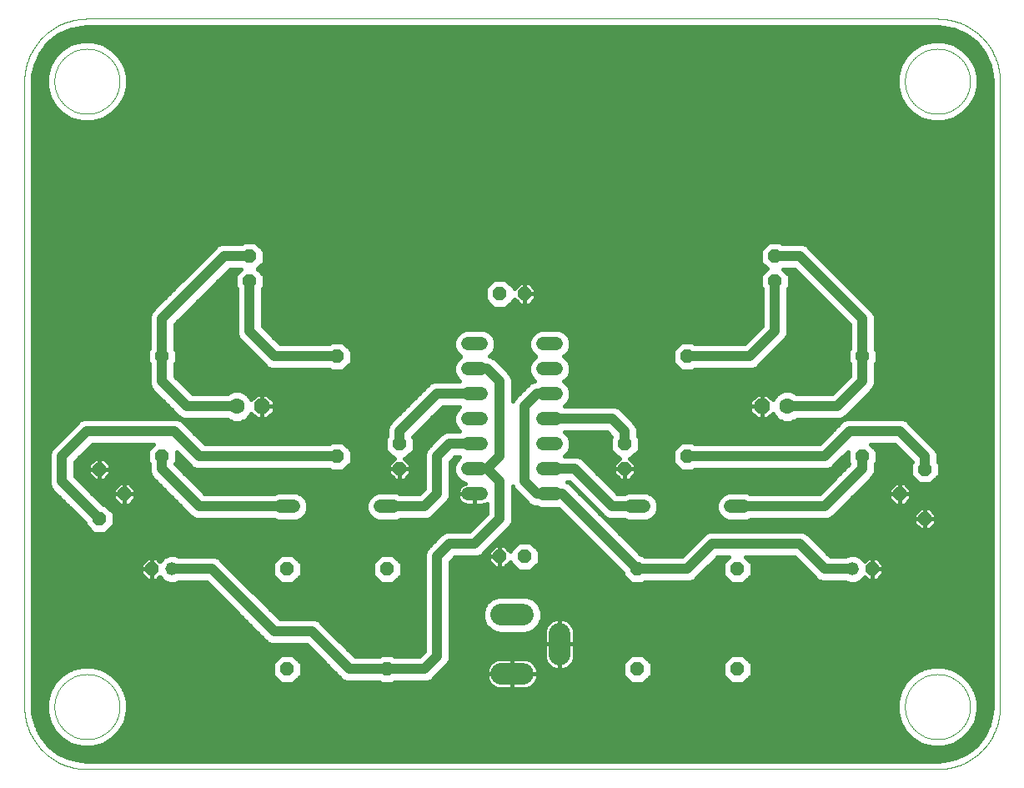
<source format=gtl>
G75*
%MOIN*%
%OFA0B0*%
%FSLAX25Y25*%
%IPPOS*%
%LPD*%
%AMOC8*
5,1,8,0,0,1.08239X$1,22.5*
%
%ADD10C,0.00000*%
%ADD11OC8,0.05200*%
%ADD12C,0.05200*%
%ADD13OC8,0.06300*%
%ADD14C,0.06300*%
%ADD15C,0.05200*%
%ADD16C,0.08600*%
%ADD17C,0.04000*%
%ADD18C,0.01600*%
D10*
X0026800Y0023933D02*
X0366800Y0023933D01*
X0353800Y0048933D02*
X0353804Y0049252D01*
X0353816Y0049571D01*
X0353835Y0049889D01*
X0353863Y0050207D01*
X0353898Y0050524D01*
X0353941Y0050840D01*
X0353991Y0051156D01*
X0354050Y0051469D01*
X0354116Y0051781D01*
X0354190Y0052092D01*
X0354271Y0052400D01*
X0354360Y0052707D01*
X0354456Y0053011D01*
X0354560Y0053313D01*
X0354671Y0053612D01*
X0354790Y0053908D01*
X0354915Y0054201D01*
X0355048Y0054491D01*
X0355188Y0054778D01*
X0355335Y0055061D01*
X0355489Y0055341D01*
X0355650Y0055616D01*
X0355817Y0055888D01*
X0355991Y0056155D01*
X0356171Y0056419D01*
X0356358Y0056677D01*
X0356551Y0056931D01*
X0356751Y0057180D01*
X0356956Y0057424D01*
X0357168Y0057663D01*
X0357385Y0057897D01*
X0357608Y0058125D01*
X0357836Y0058348D01*
X0358070Y0058565D01*
X0358309Y0058777D01*
X0358553Y0058982D01*
X0358802Y0059182D01*
X0359056Y0059375D01*
X0359314Y0059562D01*
X0359578Y0059742D01*
X0359845Y0059916D01*
X0360117Y0060083D01*
X0360392Y0060244D01*
X0360672Y0060398D01*
X0360955Y0060545D01*
X0361242Y0060685D01*
X0361532Y0060818D01*
X0361825Y0060943D01*
X0362121Y0061062D01*
X0362420Y0061173D01*
X0362722Y0061277D01*
X0363026Y0061373D01*
X0363333Y0061462D01*
X0363641Y0061543D01*
X0363952Y0061617D01*
X0364264Y0061683D01*
X0364577Y0061742D01*
X0364893Y0061792D01*
X0365209Y0061835D01*
X0365526Y0061870D01*
X0365844Y0061898D01*
X0366162Y0061917D01*
X0366481Y0061929D01*
X0366800Y0061933D01*
X0367119Y0061929D01*
X0367438Y0061917D01*
X0367756Y0061898D01*
X0368074Y0061870D01*
X0368391Y0061835D01*
X0368707Y0061792D01*
X0369023Y0061742D01*
X0369336Y0061683D01*
X0369648Y0061617D01*
X0369959Y0061543D01*
X0370267Y0061462D01*
X0370574Y0061373D01*
X0370878Y0061277D01*
X0371180Y0061173D01*
X0371479Y0061062D01*
X0371775Y0060943D01*
X0372068Y0060818D01*
X0372358Y0060685D01*
X0372645Y0060545D01*
X0372928Y0060398D01*
X0373208Y0060244D01*
X0373483Y0060083D01*
X0373755Y0059916D01*
X0374022Y0059742D01*
X0374286Y0059562D01*
X0374544Y0059375D01*
X0374798Y0059182D01*
X0375047Y0058982D01*
X0375291Y0058777D01*
X0375530Y0058565D01*
X0375764Y0058348D01*
X0375992Y0058125D01*
X0376215Y0057897D01*
X0376432Y0057663D01*
X0376644Y0057424D01*
X0376849Y0057180D01*
X0377049Y0056931D01*
X0377242Y0056677D01*
X0377429Y0056419D01*
X0377609Y0056155D01*
X0377783Y0055888D01*
X0377950Y0055616D01*
X0378111Y0055341D01*
X0378265Y0055061D01*
X0378412Y0054778D01*
X0378552Y0054491D01*
X0378685Y0054201D01*
X0378810Y0053908D01*
X0378929Y0053612D01*
X0379040Y0053313D01*
X0379144Y0053011D01*
X0379240Y0052707D01*
X0379329Y0052400D01*
X0379410Y0052092D01*
X0379484Y0051781D01*
X0379550Y0051469D01*
X0379609Y0051156D01*
X0379659Y0050840D01*
X0379702Y0050524D01*
X0379737Y0050207D01*
X0379765Y0049889D01*
X0379784Y0049571D01*
X0379796Y0049252D01*
X0379800Y0048933D01*
X0379796Y0048614D01*
X0379784Y0048295D01*
X0379765Y0047977D01*
X0379737Y0047659D01*
X0379702Y0047342D01*
X0379659Y0047026D01*
X0379609Y0046710D01*
X0379550Y0046397D01*
X0379484Y0046085D01*
X0379410Y0045774D01*
X0379329Y0045466D01*
X0379240Y0045159D01*
X0379144Y0044855D01*
X0379040Y0044553D01*
X0378929Y0044254D01*
X0378810Y0043958D01*
X0378685Y0043665D01*
X0378552Y0043375D01*
X0378412Y0043088D01*
X0378265Y0042805D01*
X0378111Y0042525D01*
X0377950Y0042250D01*
X0377783Y0041978D01*
X0377609Y0041711D01*
X0377429Y0041447D01*
X0377242Y0041189D01*
X0377049Y0040935D01*
X0376849Y0040686D01*
X0376644Y0040442D01*
X0376432Y0040203D01*
X0376215Y0039969D01*
X0375992Y0039741D01*
X0375764Y0039518D01*
X0375530Y0039301D01*
X0375291Y0039089D01*
X0375047Y0038884D01*
X0374798Y0038684D01*
X0374544Y0038491D01*
X0374286Y0038304D01*
X0374022Y0038124D01*
X0373755Y0037950D01*
X0373483Y0037783D01*
X0373208Y0037622D01*
X0372928Y0037468D01*
X0372645Y0037321D01*
X0372358Y0037181D01*
X0372068Y0037048D01*
X0371775Y0036923D01*
X0371479Y0036804D01*
X0371180Y0036693D01*
X0370878Y0036589D01*
X0370574Y0036493D01*
X0370267Y0036404D01*
X0369959Y0036323D01*
X0369648Y0036249D01*
X0369336Y0036183D01*
X0369023Y0036124D01*
X0368707Y0036074D01*
X0368391Y0036031D01*
X0368074Y0035996D01*
X0367756Y0035968D01*
X0367438Y0035949D01*
X0367119Y0035937D01*
X0366800Y0035933D01*
X0366481Y0035937D01*
X0366162Y0035949D01*
X0365844Y0035968D01*
X0365526Y0035996D01*
X0365209Y0036031D01*
X0364893Y0036074D01*
X0364577Y0036124D01*
X0364264Y0036183D01*
X0363952Y0036249D01*
X0363641Y0036323D01*
X0363333Y0036404D01*
X0363026Y0036493D01*
X0362722Y0036589D01*
X0362420Y0036693D01*
X0362121Y0036804D01*
X0361825Y0036923D01*
X0361532Y0037048D01*
X0361242Y0037181D01*
X0360955Y0037321D01*
X0360672Y0037468D01*
X0360392Y0037622D01*
X0360117Y0037783D01*
X0359845Y0037950D01*
X0359578Y0038124D01*
X0359314Y0038304D01*
X0359056Y0038491D01*
X0358802Y0038684D01*
X0358553Y0038884D01*
X0358309Y0039089D01*
X0358070Y0039301D01*
X0357836Y0039518D01*
X0357608Y0039741D01*
X0357385Y0039969D01*
X0357168Y0040203D01*
X0356956Y0040442D01*
X0356751Y0040686D01*
X0356551Y0040935D01*
X0356358Y0041189D01*
X0356171Y0041447D01*
X0355991Y0041711D01*
X0355817Y0041978D01*
X0355650Y0042250D01*
X0355489Y0042525D01*
X0355335Y0042805D01*
X0355188Y0043088D01*
X0355048Y0043375D01*
X0354915Y0043665D01*
X0354790Y0043958D01*
X0354671Y0044254D01*
X0354560Y0044553D01*
X0354456Y0044855D01*
X0354360Y0045159D01*
X0354271Y0045466D01*
X0354190Y0045774D01*
X0354116Y0046085D01*
X0354050Y0046397D01*
X0353991Y0046710D01*
X0353941Y0047026D01*
X0353898Y0047342D01*
X0353863Y0047659D01*
X0353835Y0047977D01*
X0353816Y0048295D01*
X0353804Y0048614D01*
X0353800Y0048933D01*
X0366800Y0023933D02*
X0367404Y0023940D01*
X0368008Y0023962D01*
X0368611Y0023999D01*
X0369213Y0024050D01*
X0369813Y0024115D01*
X0370412Y0024195D01*
X0371009Y0024290D01*
X0371603Y0024399D01*
X0372195Y0024522D01*
X0372783Y0024659D01*
X0373368Y0024811D01*
X0373949Y0024977D01*
X0374525Y0025157D01*
X0375098Y0025350D01*
X0375665Y0025558D01*
X0376227Y0025779D01*
X0376784Y0026013D01*
X0377335Y0026261D01*
X0377880Y0026522D01*
X0378418Y0026797D01*
X0378950Y0027084D01*
X0379474Y0027384D01*
X0379991Y0027696D01*
X0380500Y0028021D01*
X0381002Y0028358D01*
X0381495Y0028708D01*
X0381979Y0029069D01*
X0382455Y0029441D01*
X0382921Y0029825D01*
X0383378Y0030220D01*
X0383825Y0030626D01*
X0384263Y0031043D01*
X0384690Y0031470D01*
X0385107Y0031908D01*
X0385513Y0032355D01*
X0385908Y0032812D01*
X0386292Y0033278D01*
X0386664Y0033754D01*
X0387025Y0034238D01*
X0387375Y0034731D01*
X0387712Y0035233D01*
X0388037Y0035742D01*
X0388349Y0036259D01*
X0388649Y0036783D01*
X0388936Y0037315D01*
X0389211Y0037853D01*
X0389472Y0038398D01*
X0389720Y0038949D01*
X0389954Y0039506D01*
X0390175Y0040068D01*
X0390383Y0040635D01*
X0390576Y0041208D01*
X0390756Y0041784D01*
X0390922Y0042365D01*
X0391074Y0042950D01*
X0391211Y0043538D01*
X0391334Y0044130D01*
X0391443Y0044724D01*
X0391538Y0045321D01*
X0391618Y0045920D01*
X0391683Y0046520D01*
X0391734Y0047122D01*
X0391771Y0047725D01*
X0391793Y0048329D01*
X0391800Y0048933D01*
X0391800Y0298933D01*
X0353800Y0298933D02*
X0353804Y0299252D01*
X0353816Y0299571D01*
X0353835Y0299889D01*
X0353863Y0300207D01*
X0353898Y0300524D01*
X0353941Y0300840D01*
X0353991Y0301156D01*
X0354050Y0301469D01*
X0354116Y0301781D01*
X0354190Y0302092D01*
X0354271Y0302400D01*
X0354360Y0302707D01*
X0354456Y0303011D01*
X0354560Y0303313D01*
X0354671Y0303612D01*
X0354790Y0303908D01*
X0354915Y0304201D01*
X0355048Y0304491D01*
X0355188Y0304778D01*
X0355335Y0305061D01*
X0355489Y0305341D01*
X0355650Y0305616D01*
X0355817Y0305888D01*
X0355991Y0306155D01*
X0356171Y0306419D01*
X0356358Y0306677D01*
X0356551Y0306931D01*
X0356751Y0307180D01*
X0356956Y0307424D01*
X0357168Y0307663D01*
X0357385Y0307897D01*
X0357608Y0308125D01*
X0357836Y0308348D01*
X0358070Y0308565D01*
X0358309Y0308777D01*
X0358553Y0308982D01*
X0358802Y0309182D01*
X0359056Y0309375D01*
X0359314Y0309562D01*
X0359578Y0309742D01*
X0359845Y0309916D01*
X0360117Y0310083D01*
X0360392Y0310244D01*
X0360672Y0310398D01*
X0360955Y0310545D01*
X0361242Y0310685D01*
X0361532Y0310818D01*
X0361825Y0310943D01*
X0362121Y0311062D01*
X0362420Y0311173D01*
X0362722Y0311277D01*
X0363026Y0311373D01*
X0363333Y0311462D01*
X0363641Y0311543D01*
X0363952Y0311617D01*
X0364264Y0311683D01*
X0364577Y0311742D01*
X0364893Y0311792D01*
X0365209Y0311835D01*
X0365526Y0311870D01*
X0365844Y0311898D01*
X0366162Y0311917D01*
X0366481Y0311929D01*
X0366800Y0311933D01*
X0367119Y0311929D01*
X0367438Y0311917D01*
X0367756Y0311898D01*
X0368074Y0311870D01*
X0368391Y0311835D01*
X0368707Y0311792D01*
X0369023Y0311742D01*
X0369336Y0311683D01*
X0369648Y0311617D01*
X0369959Y0311543D01*
X0370267Y0311462D01*
X0370574Y0311373D01*
X0370878Y0311277D01*
X0371180Y0311173D01*
X0371479Y0311062D01*
X0371775Y0310943D01*
X0372068Y0310818D01*
X0372358Y0310685D01*
X0372645Y0310545D01*
X0372928Y0310398D01*
X0373208Y0310244D01*
X0373483Y0310083D01*
X0373755Y0309916D01*
X0374022Y0309742D01*
X0374286Y0309562D01*
X0374544Y0309375D01*
X0374798Y0309182D01*
X0375047Y0308982D01*
X0375291Y0308777D01*
X0375530Y0308565D01*
X0375764Y0308348D01*
X0375992Y0308125D01*
X0376215Y0307897D01*
X0376432Y0307663D01*
X0376644Y0307424D01*
X0376849Y0307180D01*
X0377049Y0306931D01*
X0377242Y0306677D01*
X0377429Y0306419D01*
X0377609Y0306155D01*
X0377783Y0305888D01*
X0377950Y0305616D01*
X0378111Y0305341D01*
X0378265Y0305061D01*
X0378412Y0304778D01*
X0378552Y0304491D01*
X0378685Y0304201D01*
X0378810Y0303908D01*
X0378929Y0303612D01*
X0379040Y0303313D01*
X0379144Y0303011D01*
X0379240Y0302707D01*
X0379329Y0302400D01*
X0379410Y0302092D01*
X0379484Y0301781D01*
X0379550Y0301469D01*
X0379609Y0301156D01*
X0379659Y0300840D01*
X0379702Y0300524D01*
X0379737Y0300207D01*
X0379765Y0299889D01*
X0379784Y0299571D01*
X0379796Y0299252D01*
X0379800Y0298933D01*
X0379796Y0298614D01*
X0379784Y0298295D01*
X0379765Y0297977D01*
X0379737Y0297659D01*
X0379702Y0297342D01*
X0379659Y0297026D01*
X0379609Y0296710D01*
X0379550Y0296397D01*
X0379484Y0296085D01*
X0379410Y0295774D01*
X0379329Y0295466D01*
X0379240Y0295159D01*
X0379144Y0294855D01*
X0379040Y0294553D01*
X0378929Y0294254D01*
X0378810Y0293958D01*
X0378685Y0293665D01*
X0378552Y0293375D01*
X0378412Y0293088D01*
X0378265Y0292805D01*
X0378111Y0292525D01*
X0377950Y0292250D01*
X0377783Y0291978D01*
X0377609Y0291711D01*
X0377429Y0291447D01*
X0377242Y0291189D01*
X0377049Y0290935D01*
X0376849Y0290686D01*
X0376644Y0290442D01*
X0376432Y0290203D01*
X0376215Y0289969D01*
X0375992Y0289741D01*
X0375764Y0289518D01*
X0375530Y0289301D01*
X0375291Y0289089D01*
X0375047Y0288884D01*
X0374798Y0288684D01*
X0374544Y0288491D01*
X0374286Y0288304D01*
X0374022Y0288124D01*
X0373755Y0287950D01*
X0373483Y0287783D01*
X0373208Y0287622D01*
X0372928Y0287468D01*
X0372645Y0287321D01*
X0372358Y0287181D01*
X0372068Y0287048D01*
X0371775Y0286923D01*
X0371479Y0286804D01*
X0371180Y0286693D01*
X0370878Y0286589D01*
X0370574Y0286493D01*
X0370267Y0286404D01*
X0369959Y0286323D01*
X0369648Y0286249D01*
X0369336Y0286183D01*
X0369023Y0286124D01*
X0368707Y0286074D01*
X0368391Y0286031D01*
X0368074Y0285996D01*
X0367756Y0285968D01*
X0367438Y0285949D01*
X0367119Y0285937D01*
X0366800Y0285933D01*
X0366481Y0285937D01*
X0366162Y0285949D01*
X0365844Y0285968D01*
X0365526Y0285996D01*
X0365209Y0286031D01*
X0364893Y0286074D01*
X0364577Y0286124D01*
X0364264Y0286183D01*
X0363952Y0286249D01*
X0363641Y0286323D01*
X0363333Y0286404D01*
X0363026Y0286493D01*
X0362722Y0286589D01*
X0362420Y0286693D01*
X0362121Y0286804D01*
X0361825Y0286923D01*
X0361532Y0287048D01*
X0361242Y0287181D01*
X0360955Y0287321D01*
X0360672Y0287468D01*
X0360392Y0287622D01*
X0360117Y0287783D01*
X0359845Y0287950D01*
X0359578Y0288124D01*
X0359314Y0288304D01*
X0359056Y0288491D01*
X0358802Y0288684D01*
X0358553Y0288884D01*
X0358309Y0289089D01*
X0358070Y0289301D01*
X0357836Y0289518D01*
X0357608Y0289741D01*
X0357385Y0289969D01*
X0357168Y0290203D01*
X0356956Y0290442D01*
X0356751Y0290686D01*
X0356551Y0290935D01*
X0356358Y0291189D01*
X0356171Y0291447D01*
X0355991Y0291711D01*
X0355817Y0291978D01*
X0355650Y0292250D01*
X0355489Y0292525D01*
X0355335Y0292805D01*
X0355188Y0293088D01*
X0355048Y0293375D01*
X0354915Y0293665D01*
X0354790Y0293958D01*
X0354671Y0294254D01*
X0354560Y0294553D01*
X0354456Y0294855D01*
X0354360Y0295159D01*
X0354271Y0295466D01*
X0354190Y0295774D01*
X0354116Y0296085D01*
X0354050Y0296397D01*
X0353991Y0296710D01*
X0353941Y0297026D01*
X0353898Y0297342D01*
X0353863Y0297659D01*
X0353835Y0297977D01*
X0353816Y0298295D01*
X0353804Y0298614D01*
X0353800Y0298933D01*
X0366800Y0323933D02*
X0367404Y0323926D01*
X0368008Y0323904D01*
X0368611Y0323867D01*
X0369213Y0323816D01*
X0369813Y0323751D01*
X0370412Y0323671D01*
X0371009Y0323576D01*
X0371603Y0323467D01*
X0372195Y0323344D01*
X0372783Y0323207D01*
X0373368Y0323055D01*
X0373949Y0322889D01*
X0374525Y0322709D01*
X0375098Y0322516D01*
X0375665Y0322308D01*
X0376227Y0322087D01*
X0376784Y0321853D01*
X0377335Y0321605D01*
X0377880Y0321344D01*
X0378418Y0321069D01*
X0378950Y0320782D01*
X0379474Y0320482D01*
X0379991Y0320170D01*
X0380500Y0319845D01*
X0381002Y0319508D01*
X0381495Y0319158D01*
X0381979Y0318797D01*
X0382455Y0318425D01*
X0382921Y0318041D01*
X0383378Y0317646D01*
X0383825Y0317240D01*
X0384263Y0316823D01*
X0384690Y0316396D01*
X0385107Y0315958D01*
X0385513Y0315511D01*
X0385908Y0315054D01*
X0386292Y0314588D01*
X0386664Y0314112D01*
X0387025Y0313628D01*
X0387375Y0313135D01*
X0387712Y0312633D01*
X0388037Y0312124D01*
X0388349Y0311607D01*
X0388649Y0311083D01*
X0388936Y0310551D01*
X0389211Y0310013D01*
X0389472Y0309468D01*
X0389720Y0308917D01*
X0389954Y0308360D01*
X0390175Y0307798D01*
X0390383Y0307231D01*
X0390576Y0306658D01*
X0390756Y0306082D01*
X0390922Y0305501D01*
X0391074Y0304916D01*
X0391211Y0304328D01*
X0391334Y0303736D01*
X0391443Y0303142D01*
X0391538Y0302545D01*
X0391618Y0301946D01*
X0391683Y0301346D01*
X0391734Y0300744D01*
X0391771Y0300141D01*
X0391793Y0299537D01*
X0391800Y0298933D01*
X0366800Y0323933D02*
X0026800Y0323933D01*
X0013800Y0298933D02*
X0013804Y0299252D01*
X0013816Y0299571D01*
X0013835Y0299889D01*
X0013863Y0300207D01*
X0013898Y0300524D01*
X0013941Y0300840D01*
X0013991Y0301156D01*
X0014050Y0301469D01*
X0014116Y0301781D01*
X0014190Y0302092D01*
X0014271Y0302400D01*
X0014360Y0302707D01*
X0014456Y0303011D01*
X0014560Y0303313D01*
X0014671Y0303612D01*
X0014790Y0303908D01*
X0014915Y0304201D01*
X0015048Y0304491D01*
X0015188Y0304778D01*
X0015335Y0305061D01*
X0015489Y0305341D01*
X0015650Y0305616D01*
X0015817Y0305888D01*
X0015991Y0306155D01*
X0016171Y0306419D01*
X0016358Y0306677D01*
X0016551Y0306931D01*
X0016751Y0307180D01*
X0016956Y0307424D01*
X0017168Y0307663D01*
X0017385Y0307897D01*
X0017608Y0308125D01*
X0017836Y0308348D01*
X0018070Y0308565D01*
X0018309Y0308777D01*
X0018553Y0308982D01*
X0018802Y0309182D01*
X0019056Y0309375D01*
X0019314Y0309562D01*
X0019578Y0309742D01*
X0019845Y0309916D01*
X0020117Y0310083D01*
X0020392Y0310244D01*
X0020672Y0310398D01*
X0020955Y0310545D01*
X0021242Y0310685D01*
X0021532Y0310818D01*
X0021825Y0310943D01*
X0022121Y0311062D01*
X0022420Y0311173D01*
X0022722Y0311277D01*
X0023026Y0311373D01*
X0023333Y0311462D01*
X0023641Y0311543D01*
X0023952Y0311617D01*
X0024264Y0311683D01*
X0024577Y0311742D01*
X0024893Y0311792D01*
X0025209Y0311835D01*
X0025526Y0311870D01*
X0025844Y0311898D01*
X0026162Y0311917D01*
X0026481Y0311929D01*
X0026800Y0311933D01*
X0027119Y0311929D01*
X0027438Y0311917D01*
X0027756Y0311898D01*
X0028074Y0311870D01*
X0028391Y0311835D01*
X0028707Y0311792D01*
X0029023Y0311742D01*
X0029336Y0311683D01*
X0029648Y0311617D01*
X0029959Y0311543D01*
X0030267Y0311462D01*
X0030574Y0311373D01*
X0030878Y0311277D01*
X0031180Y0311173D01*
X0031479Y0311062D01*
X0031775Y0310943D01*
X0032068Y0310818D01*
X0032358Y0310685D01*
X0032645Y0310545D01*
X0032928Y0310398D01*
X0033208Y0310244D01*
X0033483Y0310083D01*
X0033755Y0309916D01*
X0034022Y0309742D01*
X0034286Y0309562D01*
X0034544Y0309375D01*
X0034798Y0309182D01*
X0035047Y0308982D01*
X0035291Y0308777D01*
X0035530Y0308565D01*
X0035764Y0308348D01*
X0035992Y0308125D01*
X0036215Y0307897D01*
X0036432Y0307663D01*
X0036644Y0307424D01*
X0036849Y0307180D01*
X0037049Y0306931D01*
X0037242Y0306677D01*
X0037429Y0306419D01*
X0037609Y0306155D01*
X0037783Y0305888D01*
X0037950Y0305616D01*
X0038111Y0305341D01*
X0038265Y0305061D01*
X0038412Y0304778D01*
X0038552Y0304491D01*
X0038685Y0304201D01*
X0038810Y0303908D01*
X0038929Y0303612D01*
X0039040Y0303313D01*
X0039144Y0303011D01*
X0039240Y0302707D01*
X0039329Y0302400D01*
X0039410Y0302092D01*
X0039484Y0301781D01*
X0039550Y0301469D01*
X0039609Y0301156D01*
X0039659Y0300840D01*
X0039702Y0300524D01*
X0039737Y0300207D01*
X0039765Y0299889D01*
X0039784Y0299571D01*
X0039796Y0299252D01*
X0039800Y0298933D01*
X0039796Y0298614D01*
X0039784Y0298295D01*
X0039765Y0297977D01*
X0039737Y0297659D01*
X0039702Y0297342D01*
X0039659Y0297026D01*
X0039609Y0296710D01*
X0039550Y0296397D01*
X0039484Y0296085D01*
X0039410Y0295774D01*
X0039329Y0295466D01*
X0039240Y0295159D01*
X0039144Y0294855D01*
X0039040Y0294553D01*
X0038929Y0294254D01*
X0038810Y0293958D01*
X0038685Y0293665D01*
X0038552Y0293375D01*
X0038412Y0293088D01*
X0038265Y0292805D01*
X0038111Y0292525D01*
X0037950Y0292250D01*
X0037783Y0291978D01*
X0037609Y0291711D01*
X0037429Y0291447D01*
X0037242Y0291189D01*
X0037049Y0290935D01*
X0036849Y0290686D01*
X0036644Y0290442D01*
X0036432Y0290203D01*
X0036215Y0289969D01*
X0035992Y0289741D01*
X0035764Y0289518D01*
X0035530Y0289301D01*
X0035291Y0289089D01*
X0035047Y0288884D01*
X0034798Y0288684D01*
X0034544Y0288491D01*
X0034286Y0288304D01*
X0034022Y0288124D01*
X0033755Y0287950D01*
X0033483Y0287783D01*
X0033208Y0287622D01*
X0032928Y0287468D01*
X0032645Y0287321D01*
X0032358Y0287181D01*
X0032068Y0287048D01*
X0031775Y0286923D01*
X0031479Y0286804D01*
X0031180Y0286693D01*
X0030878Y0286589D01*
X0030574Y0286493D01*
X0030267Y0286404D01*
X0029959Y0286323D01*
X0029648Y0286249D01*
X0029336Y0286183D01*
X0029023Y0286124D01*
X0028707Y0286074D01*
X0028391Y0286031D01*
X0028074Y0285996D01*
X0027756Y0285968D01*
X0027438Y0285949D01*
X0027119Y0285937D01*
X0026800Y0285933D01*
X0026481Y0285937D01*
X0026162Y0285949D01*
X0025844Y0285968D01*
X0025526Y0285996D01*
X0025209Y0286031D01*
X0024893Y0286074D01*
X0024577Y0286124D01*
X0024264Y0286183D01*
X0023952Y0286249D01*
X0023641Y0286323D01*
X0023333Y0286404D01*
X0023026Y0286493D01*
X0022722Y0286589D01*
X0022420Y0286693D01*
X0022121Y0286804D01*
X0021825Y0286923D01*
X0021532Y0287048D01*
X0021242Y0287181D01*
X0020955Y0287321D01*
X0020672Y0287468D01*
X0020392Y0287622D01*
X0020117Y0287783D01*
X0019845Y0287950D01*
X0019578Y0288124D01*
X0019314Y0288304D01*
X0019056Y0288491D01*
X0018802Y0288684D01*
X0018553Y0288884D01*
X0018309Y0289089D01*
X0018070Y0289301D01*
X0017836Y0289518D01*
X0017608Y0289741D01*
X0017385Y0289969D01*
X0017168Y0290203D01*
X0016956Y0290442D01*
X0016751Y0290686D01*
X0016551Y0290935D01*
X0016358Y0291189D01*
X0016171Y0291447D01*
X0015991Y0291711D01*
X0015817Y0291978D01*
X0015650Y0292250D01*
X0015489Y0292525D01*
X0015335Y0292805D01*
X0015188Y0293088D01*
X0015048Y0293375D01*
X0014915Y0293665D01*
X0014790Y0293958D01*
X0014671Y0294254D01*
X0014560Y0294553D01*
X0014456Y0294855D01*
X0014360Y0295159D01*
X0014271Y0295466D01*
X0014190Y0295774D01*
X0014116Y0296085D01*
X0014050Y0296397D01*
X0013991Y0296710D01*
X0013941Y0297026D01*
X0013898Y0297342D01*
X0013863Y0297659D01*
X0013835Y0297977D01*
X0013816Y0298295D01*
X0013804Y0298614D01*
X0013800Y0298933D01*
X0001800Y0298933D02*
X0001800Y0048933D01*
X0013800Y0048933D02*
X0013804Y0049252D01*
X0013816Y0049571D01*
X0013835Y0049889D01*
X0013863Y0050207D01*
X0013898Y0050524D01*
X0013941Y0050840D01*
X0013991Y0051156D01*
X0014050Y0051469D01*
X0014116Y0051781D01*
X0014190Y0052092D01*
X0014271Y0052400D01*
X0014360Y0052707D01*
X0014456Y0053011D01*
X0014560Y0053313D01*
X0014671Y0053612D01*
X0014790Y0053908D01*
X0014915Y0054201D01*
X0015048Y0054491D01*
X0015188Y0054778D01*
X0015335Y0055061D01*
X0015489Y0055341D01*
X0015650Y0055616D01*
X0015817Y0055888D01*
X0015991Y0056155D01*
X0016171Y0056419D01*
X0016358Y0056677D01*
X0016551Y0056931D01*
X0016751Y0057180D01*
X0016956Y0057424D01*
X0017168Y0057663D01*
X0017385Y0057897D01*
X0017608Y0058125D01*
X0017836Y0058348D01*
X0018070Y0058565D01*
X0018309Y0058777D01*
X0018553Y0058982D01*
X0018802Y0059182D01*
X0019056Y0059375D01*
X0019314Y0059562D01*
X0019578Y0059742D01*
X0019845Y0059916D01*
X0020117Y0060083D01*
X0020392Y0060244D01*
X0020672Y0060398D01*
X0020955Y0060545D01*
X0021242Y0060685D01*
X0021532Y0060818D01*
X0021825Y0060943D01*
X0022121Y0061062D01*
X0022420Y0061173D01*
X0022722Y0061277D01*
X0023026Y0061373D01*
X0023333Y0061462D01*
X0023641Y0061543D01*
X0023952Y0061617D01*
X0024264Y0061683D01*
X0024577Y0061742D01*
X0024893Y0061792D01*
X0025209Y0061835D01*
X0025526Y0061870D01*
X0025844Y0061898D01*
X0026162Y0061917D01*
X0026481Y0061929D01*
X0026800Y0061933D01*
X0027119Y0061929D01*
X0027438Y0061917D01*
X0027756Y0061898D01*
X0028074Y0061870D01*
X0028391Y0061835D01*
X0028707Y0061792D01*
X0029023Y0061742D01*
X0029336Y0061683D01*
X0029648Y0061617D01*
X0029959Y0061543D01*
X0030267Y0061462D01*
X0030574Y0061373D01*
X0030878Y0061277D01*
X0031180Y0061173D01*
X0031479Y0061062D01*
X0031775Y0060943D01*
X0032068Y0060818D01*
X0032358Y0060685D01*
X0032645Y0060545D01*
X0032928Y0060398D01*
X0033208Y0060244D01*
X0033483Y0060083D01*
X0033755Y0059916D01*
X0034022Y0059742D01*
X0034286Y0059562D01*
X0034544Y0059375D01*
X0034798Y0059182D01*
X0035047Y0058982D01*
X0035291Y0058777D01*
X0035530Y0058565D01*
X0035764Y0058348D01*
X0035992Y0058125D01*
X0036215Y0057897D01*
X0036432Y0057663D01*
X0036644Y0057424D01*
X0036849Y0057180D01*
X0037049Y0056931D01*
X0037242Y0056677D01*
X0037429Y0056419D01*
X0037609Y0056155D01*
X0037783Y0055888D01*
X0037950Y0055616D01*
X0038111Y0055341D01*
X0038265Y0055061D01*
X0038412Y0054778D01*
X0038552Y0054491D01*
X0038685Y0054201D01*
X0038810Y0053908D01*
X0038929Y0053612D01*
X0039040Y0053313D01*
X0039144Y0053011D01*
X0039240Y0052707D01*
X0039329Y0052400D01*
X0039410Y0052092D01*
X0039484Y0051781D01*
X0039550Y0051469D01*
X0039609Y0051156D01*
X0039659Y0050840D01*
X0039702Y0050524D01*
X0039737Y0050207D01*
X0039765Y0049889D01*
X0039784Y0049571D01*
X0039796Y0049252D01*
X0039800Y0048933D01*
X0039796Y0048614D01*
X0039784Y0048295D01*
X0039765Y0047977D01*
X0039737Y0047659D01*
X0039702Y0047342D01*
X0039659Y0047026D01*
X0039609Y0046710D01*
X0039550Y0046397D01*
X0039484Y0046085D01*
X0039410Y0045774D01*
X0039329Y0045466D01*
X0039240Y0045159D01*
X0039144Y0044855D01*
X0039040Y0044553D01*
X0038929Y0044254D01*
X0038810Y0043958D01*
X0038685Y0043665D01*
X0038552Y0043375D01*
X0038412Y0043088D01*
X0038265Y0042805D01*
X0038111Y0042525D01*
X0037950Y0042250D01*
X0037783Y0041978D01*
X0037609Y0041711D01*
X0037429Y0041447D01*
X0037242Y0041189D01*
X0037049Y0040935D01*
X0036849Y0040686D01*
X0036644Y0040442D01*
X0036432Y0040203D01*
X0036215Y0039969D01*
X0035992Y0039741D01*
X0035764Y0039518D01*
X0035530Y0039301D01*
X0035291Y0039089D01*
X0035047Y0038884D01*
X0034798Y0038684D01*
X0034544Y0038491D01*
X0034286Y0038304D01*
X0034022Y0038124D01*
X0033755Y0037950D01*
X0033483Y0037783D01*
X0033208Y0037622D01*
X0032928Y0037468D01*
X0032645Y0037321D01*
X0032358Y0037181D01*
X0032068Y0037048D01*
X0031775Y0036923D01*
X0031479Y0036804D01*
X0031180Y0036693D01*
X0030878Y0036589D01*
X0030574Y0036493D01*
X0030267Y0036404D01*
X0029959Y0036323D01*
X0029648Y0036249D01*
X0029336Y0036183D01*
X0029023Y0036124D01*
X0028707Y0036074D01*
X0028391Y0036031D01*
X0028074Y0035996D01*
X0027756Y0035968D01*
X0027438Y0035949D01*
X0027119Y0035937D01*
X0026800Y0035933D01*
X0026481Y0035937D01*
X0026162Y0035949D01*
X0025844Y0035968D01*
X0025526Y0035996D01*
X0025209Y0036031D01*
X0024893Y0036074D01*
X0024577Y0036124D01*
X0024264Y0036183D01*
X0023952Y0036249D01*
X0023641Y0036323D01*
X0023333Y0036404D01*
X0023026Y0036493D01*
X0022722Y0036589D01*
X0022420Y0036693D01*
X0022121Y0036804D01*
X0021825Y0036923D01*
X0021532Y0037048D01*
X0021242Y0037181D01*
X0020955Y0037321D01*
X0020672Y0037468D01*
X0020392Y0037622D01*
X0020117Y0037783D01*
X0019845Y0037950D01*
X0019578Y0038124D01*
X0019314Y0038304D01*
X0019056Y0038491D01*
X0018802Y0038684D01*
X0018553Y0038884D01*
X0018309Y0039089D01*
X0018070Y0039301D01*
X0017836Y0039518D01*
X0017608Y0039741D01*
X0017385Y0039969D01*
X0017168Y0040203D01*
X0016956Y0040442D01*
X0016751Y0040686D01*
X0016551Y0040935D01*
X0016358Y0041189D01*
X0016171Y0041447D01*
X0015991Y0041711D01*
X0015817Y0041978D01*
X0015650Y0042250D01*
X0015489Y0042525D01*
X0015335Y0042805D01*
X0015188Y0043088D01*
X0015048Y0043375D01*
X0014915Y0043665D01*
X0014790Y0043958D01*
X0014671Y0044254D01*
X0014560Y0044553D01*
X0014456Y0044855D01*
X0014360Y0045159D01*
X0014271Y0045466D01*
X0014190Y0045774D01*
X0014116Y0046085D01*
X0014050Y0046397D01*
X0013991Y0046710D01*
X0013941Y0047026D01*
X0013898Y0047342D01*
X0013863Y0047659D01*
X0013835Y0047977D01*
X0013816Y0048295D01*
X0013804Y0048614D01*
X0013800Y0048933D01*
X0001800Y0048933D02*
X0001807Y0048329D01*
X0001829Y0047725D01*
X0001866Y0047122D01*
X0001917Y0046520D01*
X0001982Y0045920D01*
X0002062Y0045321D01*
X0002157Y0044724D01*
X0002266Y0044130D01*
X0002389Y0043538D01*
X0002526Y0042950D01*
X0002678Y0042365D01*
X0002844Y0041784D01*
X0003024Y0041208D01*
X0003217Y0040635D01*
X0003425Y0040068D01*
X0003646Y0039506D01*
X0003880Y0038949D01*
X0004128Y0038398D01*
X0004389Y0037853D01*
X0004664Y0037315D01*
X0004951Y0036783D01*
X0005251Y0036259D01*
X0005563Y0035742D01*
X0005888Y0035233D01*
X0006225Y0034731D01*
X0006575Y0034238D01*
X0006936Y0033754D01*
X0007308Y0033278D01*
X0007692Y0032812D01*
X0008087Y0032355D01*
X0008493Y0031908D01*
X0008910Y0031470D01*
X0009337Y0031043D01*
X0009775Y0030626D01*
X0010222Y0030220D01*
X0010679Y0029825D01*
X0011145Y0029441D01*
X0011621Y0029069D01*
X0012105Y0028708D01*
X0012598Y0028358D01*
X0013100Y0028021D01*
X0013609Y0027696D01*
X0014126Y0027384D01*
X0014650Y0027084D01*
X0015182Y0026797D01*
X0015720Y0026522D01*
X0016265Y0026261D01*
X0016816Y0026013D01*
X0017373Y0025779D01*
X0017935Y0025558D01*
X0018502Y0025350D01*
X0019075Y0025157D01*
X0019651Y0024977D01*
X0020232Y0024811D01*
X0020817Y0024659D01*
X0021405Y0024522D01*
X0021997Y0024399D01*
X0022591Y0024290D01*
X0023188Y0024195D01*
X0023787Y0024115D01*
X0024387Y0024050D01*
X0024989Y0023999D01*
X0025592Y0023962D01*
X0026196Y0023940D01*
X0026800Y0023933D01*
X0001800Y0298933D02*
X0001807Y0299537D01*
X0001829Y0300141D01*
X0001866Y0300744D01*
X0001917Y0301346D01*
X0001982Y0301946D01*
X0002062Y0302545D01*
X0002157Y0303142D01*
X0002266Y0303736D01*
X0002389Y0304328D01*
X0002526Y0304916D01*
X0002678Y0305501D01*
X0002844Y0306082D01*
X0003024Y0306658D01*
X0003217Y0307231D01*
X0003425Y0307798D01*
X0003646Y0308360D01*
X0003880Y0308917D01*
X0004128Y0309468D01*
X0004389Y0310013D01*
X0004664Y0310551D01*
X0004951Y0311083D01*
X0005251Y0311607D01*
X0005563Y0312124D01*
X0005888Y0312633D01*
X0006225Y0313135D01*
X0006575Y0313628D01*
X0006936Y0314112D01*
X0007308Y0314588D01*
X0007692Y0315054D01*
X0008087Y0315511D01*
X0008493Y0315958D01*
X0008910Y0316396D01*
X0009337Y0316823D01*
X0009775Y0317240D01*
X0010222Y0317646D01*
X0010679Y0318041D01*
X0011145Y0318425D01*
X0011621Y0318797D01*
X0012105Y0319158D01*
X0012598Y0319508D01*
X0013100Y0319845D01*
X0013609Y0320170D01*
X0014126Y0320482D01*
X0014650Y0320782D01*
X0015182Y0321069D01*
X0015720Y0321344D01*
X0016265Y0321605D01*
X0016816Y0321853D01*
X0017373Y0322087D01*
X0017935Y0322308D01*
X0018502Y0322516D01*
X0019075Y0322709D01*
X0019651Y0322889D01*
X0020232Y0323055D01*
X0020817Y0323207D01*
X0021405Y0323344D01*
X0021997Y0323467D01*
X0022591Y0323576D01*
X0023188Y0323671D01*
X0023787Y0323751D01*
X0024387Y0323816D01*
X0024989Y0323867D01*
X0025592Y0323904D01*
X0026196Y0323926D01*
X0026800Y0323933D01*
D11*
X0091800Y0228933D03*
X0091800Y0218933D03*
X0056800Y0188933D03*
X0056800Y0148933D03*
X0041800Y0133933D03*
X0031800Y0124033D03*
X0031800Y0143833D03*
X0052800Y0103933D03*
X0106800Y0103933D03*
X0146800Y0103933D03*
X0191800Y0108933D03*
X0201800Y0108933D03*
X0246800Y0103933D03*
X0286800Y0103933D03*
X0286800Y0063933D03*
X0246800Y0063933D03*
X0340800Y0103933D03*
X0361800Y0124033D03*
X0351800Y0133933D03*
X0361800Y0143833D03*
X0336800Y0148933D03*
X0336800Y0188933D03*
X0301800Y0218933D03*
X0301800Y0228933D03*
X0266800Y0188933D03*
X0241800Y0153933D03*
X0241800Y0143933D03*
X0266800Y0148933D03*
X0201800Y0213933D03*
X0191800Y0213933D03*
X0126800Y0188933D03*
X0151800Y0153933D03*
X0151800Y0143933D03*
X0126800Y0148933D03*
X0106800Y0063933D03*
X0146800Y0063933D03*
D12*
X0060800Y0103933D03*
X0332800Y0103933D03*
D13*
X0296800Y0168933D03*
X0096800Y0168933D03*
D14*
X0086800Y0168933D03*
X0306800Y0168933D03*
D15*
X0289400Y0128933D02*
X0284200Y0128933D01*
X0249400Y0128933D02*
X0244200Y0128933D01*
X0214400Y0133933D02*
X0209200Y0133933D01*
X0209200Y0143933D02*
X0214400Y0143933D01*
X0214400Y0153933D02*
X0209200Y0153933D01*
X0209200Y0163933D02*
X0214400Y0163933D01*
X0214400Y0173933D02*
X0209200Y0173933D01*
X0209200Y0183933D02*
X0214400Y0183933D01*
X0214400Y0193933D02*
X0209200Y0193933D01*
X0184400Y0193933D02*
X0179200Y0193933D01*
X0179200Y0183933D02*
X0184400Y0183933D01*
X0184400Y0173933D02*
X0179200Y0173933D01*
X0179200Y0163933D02*
X0184400Y0163933D01*
X0184400Y0153933D02*
X0179200Y0153933D01*
X0179200Y0143933D02*
X0184400Y0143933D01*
X0184400Y0133933D02*
X0179200Y0133933D01*
X0149400Y0128933D02*
X0144200Y0128933D01*
X0109400Y0128933D02*
X0104200Y0128933D01*
D16*
X0192500Y0085744D02*
X0201100Y0085744D01*
X0215698Y0078233D02*
X0215698Y0069633D01*
X0201100Y0062122D02*
X0192500Y0062122D01*
D17*
X0166800Y0068933D02*
X0161800Y0063933D01*
X0146800Y0063933D01*
X0131800Y0063933D01*
X0116800Y0078933D01*
X0101800Y0078933D01*
X0076800Y0103933D01*
X0060800Y0103933D01*
X0031800Y0124033D02*
X0031700Y0124033D01*
X0016800Y0138933D01*
X0016800Y0148933D01*
X0026800Y0158933D01*
X0061800Y0158933D01*
X0071800Y0148933D01*
X0126800Y0148933D01*
X0151800Y0153933D02*
X0151800Y0158933D01*
X0166800Y0173933D01*
X0181800Y0173933D01*
X0181800Y0183933D02*
X0186800Y0183933D01*
X0191800Y0178933D01*
X0191800Y0148933D01*
X0186800Y0143933D01*
X0191800Y0138933D01*
X0191800Y0123933D01*
X0181800Y0113933D01*
X0171800Y0113933D01*
X0166800Y0108933D01*
X0166800Y0068933D01*
X0161800Y0128933D02*
X0146800Y0128933D01*
X0161800Y0128933D02*
X0166800Y0133933D01*
X0166800Y0148933D01*
X0171800Y0153933D01*
X0181800Y0153933D01*
X0181800Y0143933D02*
X0186800Y0143933D01*
X0201800Y0138933D02*
X0206800Y0133933D01*
X0211800Y0133933D01*
X0216800Y0133933D01*
X0246800Y0103933D01*
X0266800Y0103933D01*
X0276800Y0113933D01*
X0311800Y0113933D01*
X0321800Y0103933D01*
X0332800Y0103933D01*
X0321800Y0128933D02*
X0336800Y0143933D01*
X0336800Y0148933D01*
X0331800Y0158933D02*
X0321800Y0148933D01*
X0266800Y0148933D01*
X0241800Y0153933D02*
X0241800Y0158933D01*
X0236800Y0163933D01*
X0211800Y0163933D01*
X0201800Y0168933D02*
X0201800Y0138933D01*
X0211800Y0143933D02*
X0221800Y0143933D01*
X0236800Y0128933D01*
X0246800Y0128933D01*
X0286800Y0128933D02*
X0321800Y0128933D01*
X0331800Y0158933D02*
X0351800Y0158933D01*
X0361800Y0148933D01*
X0361800Y0143833D01*
X0326800Y0168933D02*
X0336800Y0178933D01*
X0336800Y0188933D01*
X0336800Y0203933D01*
X0311800Y0228933D01*
X0301800Y0228933D01*
X0301800Y0218933D02*
X0301800Y0198933D01*
X0291800Y0188933D01*
X0266800Y0188933D01*
X0306800Y0168933D02*
X0326800Y0168933D01*
X0211800Y0173933D02*
X0206800Y0173933D01*
X0201800Y0168933D01*
X0126800Y0188933D02*
X0101800Y0188933D01*
X0091800Y0198933D01*
X0091800Y0218933D01*
X0091800Y0228933D02*
X0081800Y0228933D01*
X0056800Y0203933D01*
X0056800Y0188933D01*
X0056800Y0178933D01*
X0066800Y0168933D01*
X0086800Y0168933D01*
X0056800Y0148933D02*
X0056800Y0143933D01*
X0071800Y0128933D01*
X0106800Y0128933D01*
D18*
X0103046Y0123133D02*
X0110554Y0123133D01*
X0112685Y0124016D01*
X0114317Y0125648D01*
X0115200Y0127779D01*
X0115200Y0130087D01*
X0114317Y0132219D01*
X0112685Y0133850D01*
X0110554Y0134733D01*
X0103046Y0134733D01*
X0101598Y0134133D01*
X0073954Y0134133D01*
X0062078Y0146009D01*
X0062600Y0146531D01*
X0062600Y0150779D01*
X0067392Y0145988D01*
X0068854Y0144525D01*
X0070766Y0143733D01*
X0123798Y0143733D01*
X0124398Y0143133D01*
X0129202Y0143133D01*
X0132600Y0146531D01*
X0132600Y0151335D01*
X0129202Y0154733D01*
X0124398Y0154733D01*
X0123798Y0154133D01*
X0073954Y0154133D01*
X0064746Y0163341D01*
X0062834Y0164133D01*
X0025766Y0164133D01*
X0023854Y0163341D01*
X0022392Y0161879D01*
X0012392Y0151879D01*
X0011600Y0149967D01*
X0011600Y0137899D01*
X0012392Y0135988D01*
X0013854Y0134525D01*
X0026000Y0122379D01*
X0026000Y0121631D01*
X0029398Y0118233D01*
X0034202Y0118233D01*
X0037600Y0121631D01*
X0037600Y0126435D01*
X0034202Y0129833D01*
X0033254Y0129833D01*
X0022000Y0141087D01*
X0022000Y0146779D01*
X0028954Y0153733D01*
X0053398Y0153733D01*
X0051000Y0151335D01*
X0051000Y0146531D01*
X0051600Y0145931D01*
X0051600Y0142899D01*
X0052392Y0140988D01*
X0053854Y0139525D01*
X0068854Y0124525D01*
X0070766Y0123733D01*
X0101598Y0123733D01*
X0103046Y0123133D01*
X0113309Y0124639D02*
X0140291Y0124639D01*
X0140915Y0124016D02*
X0143046Y0123133D01*
X0150554Y0123133D01*
X0152002Y0123733D01*
X0162834Y0123733D01*
X0164746Y0124525D01*
X0166208Y0125987D01*
X0171208Y0130987D01*
X0172000Y0132899D01*
X0172000Y0146779D01*
X0173954Y0148733D01*
X0175798Y0148733D01*
X0174283Y0147219D01*
X0173400Y0145087D01*
X0173400Y0142779D01*
X0174283Y0140648D01*
X0175915Y0139016D01*
X0177977Y0138162D01*
X0177511Y0138011D01*
X0176894Y0137696D01*
X0176334Y0137289D01*
X0175844Y0136799D01*
X0175437Y0136239D01*
X0175122Y0135622D01*
X0174908Y0134963D01*
X0174800Y0134279D01*
X0174800Y0133933D01*
X0174800Y0133587D01*
X0174908Y0132903D01*
X0175122Y0132244D01*
X0175437Y0131627D01*
X0175844Y0131067D01*
X0176334Y0130577D01*
X0176894Y0130170D01*
X0177511Y0129855D01*
X0178170Y0129641D01*
X0178854Y0129533D01*
X0181800Y0129533D01*
X0184746Y0129533D01*
X0185430Y0129641D01*
X0186089Y0129855D01*
X0186600Y0130116D01*
X0186600Y0126087D01*
X0179646Y0119133D01*
X0170766Y0119133D01*
X0168854Y0118341D01*
X0163854Y0113341D01*
X0162392Y0111879D01*
X0161600Y0109967D01*
X0161600Y0071087D01*
X0159646Y0069133D01*
X0149802Y0069133D01*
X0149202Y0069733D01*
X0144398Y0069733D01*
X0143798Y0069133D01*
X0133954Y0069133D01*
X0121208Y0081879D01*
X0119746Y0083341D01*
X0117834Y0084133D01*
X0103954Y0084133D01*
X0081208Y0106879D01*
X0079746Y0108341D01*
X0077834Y0109133D01*
X0063402Y0109133D01*
X0061954Y0109733D01*
X0059646Y0109733D01*
X0057515Y0108850D01*
X0055883Y0107219D01*
X0055840Y0107115D01*
X0054623Y0108333D01*
X0052800Y0108333D01*
X0052800Y0103933D01*
X0052800Y0099533D01*
X0054623Y0099533D01*
X0055840Y0100751D01*
X0055883Y0100648D01*
X0057515Y0099016D01*
X0059646Y0098133D01*
X0061954Y0098133D01*
X0063402Y0098733D01*
X0074646Y0098733D01*
X0098854Y0074525D01*
X0100766Y0073733D01*
X0114646Y0073733D01*
X0128854Y0059525D01*
X0130766Y0058733D01*
X0143798Y0058733D01*
X0144398Y0058133D01*
X0149202Y0058133D01*
X0149802Y0058733D01*
X0162834Y0058733D01*
X0164746Y0059525D01*
X0166208Y0060987D01*
X0171208Y0065988D01*
X0172000Y0067899D01*
X0172000Y0106779D01*
X0173954Y0108733D01*
X0182834Y0108733D01*
X0184746Y0109525D01*
X0186208Y0110987D01*
X0196208Y0120987D01*
X0197000Y0122899D01*
X0197000Y0136933D01*
X0197392Y0135988D01*
X0202392Y0130987D01*
X0203854Y0129525D01*
X0205766Y0128733D01*
X0206598Y0128733D01*
X0208046Y0128133D01*
X0215246Y0128133D01*
X0241000Y0102379D01*
X0241000Y0101531D01*
X0244398Y0098133D01*
X0249202Y0098133D01*
X0249802Y0098733D01*
X0267834Y0098733D01*
X0269746Y0099525D01*
X0271208Y0100987D01*
X0271208Y0100988D01*
X0278954Y0108733D01*
X0283398Y0108733D01*
X0281000Y0106335D01*
X0281000Y0101531D01*
X0284398Y0098133D01*
X0289202Y0098133D01*
X0292600Y0101531D01*
X0292600Y0106335D01*
X0290202Y0108733D01*
X0309646Y0108733D01*
X0317392Y0100988D01*
X0317392Y0100987D01*
X0318854Y0099525D01*
X0320766Y0098733D01*
X0330198Y0098733D01*
X0331646Y0098133D01*
X0333954Y0098133D01*
X0336085Y0099016D01*
X0337717Y0100648D01*
X0337760Y0100751D01*
X0338977Y0099533D01*
X0340800Y0099533D01*
X0342623Y0099533D01*
X0345200Y0102111D01*
X0345200Y0103933D01*
X0340800Y0103933D01*
X0340800Y0099533D01*
X0340800Y0103933D01*
X0340800Y0103933D01*
X0340800Y0103933D01*
X0345200Y0103933D01*
X0345200Y0105756D01*
X0342623Y0108333D01*
X0340800Y0108333D01*
X0340800Y0103933D01*
X0340800Y0103933D01*
X0340800Y0108333D01*
X0338977Y0108333D01*
X0337760Y0107115D01*
X0337717Y0107219D01*
X0336085Y0108850D01*
X0333954Y0109733D01*
X0331646Y0109733D01*
X0330198Y0109133D01*
X0323954Y0109133D01*
X0314746Y0118341D01*
X0312834Y0119133D01*
X0275766Y0119133D01*
X0273854Y0118341D01*
X0272392Y0116879D01*
X0272392Y0116879D01*
X0264646Y0109133D01*
X0249802Y0109133D01*
X0249202Y0109733D01*
X0248354Y0109733D01*
X0219746Y0138341D01*
X0218800Y0138733D01*
X0219646Y0138733D01*
X0232392Y0125987D01*
X0233854Y0124525D01*
X0235766Y0123733D01*
X0241598Y0123733D01*
X0243046Y0123133D01*
X0250554Y0123133D01*
X0252685Y0124016D01*
X0254317Y0125648D01*
X0255200Y0127779D01*
X0255200Y0130087D01*
X0254317Y0132219D01*
X0252685Y0133850D01*
X0250554Y0134733D01*
X0243046Y0134733D01*
X0241598Y0134133D01*
X0238954Y0134133D01*
X0224746Y0148341D01*
X0222834Y0149133D01*
X0217802Y0149133D01*
X0219317Y0150648D01*
X0220200Y0152779D01*
X0220200Y0155087D01*
X0219317Y0157219D01*
X0217802Y0158733D01*
X0234646Y0158733D01*
X0236522Y0156857D01*
X0236000Y0156335D01*
X0236000Y0151531D01*
X0239398Y0148133D01*
X0239777Y0148133D01*
X0237400Y0145756D01*
X0237400Y0143933D01*
X0237400Y0142111D01*
X0239977Y0139533D01*
X0241800Y0139533D01*
X0243623Y0139533D01*
X0246200Y0142111D01*
X0246200Y0143933D01*
X0241800Y0143933D01*
X0241800Y0139533D01*
X0241800Y0143933D01*
X0241800Y0143933D01*
X0241800Y0143933D01*
X0237400Y0143933D01*
X0241800Y0143933D01*
X0241800Y0143933D01*
X0246200Y0143933D01*
X0246200Y0145756D01*
X0243823Y0148133D01*
X0244202Y0148133D01*
X0247600Y0151531D01*
X0247600Y0156335D01*
X0247000Y0156935D01*
X0247000Y0159967D01*
X0246208Y0161879D01*
X0244746Y0163341D01*
X0239746Y0168341D01*
X0237834Y0169133D01*
X0217802Y0169133D01*
X0219317Y0170648D01*
X0220200Y0172779D01*
X0220200Y0175087D01*
X0219317Y0177219D01*
X0217685Y0178850D01*
X0217485Y0178933D01*
X0217685Y0179016D01*
X0219317Y0180648D01*
X0220200Y0182779D01*
X0220200Y0185087D01*
X0219317Y0187219D01*
X0217685Y0188850D01*
X0217485Y0188933D01*
X0217685Y0189016D01*
X0219317Y0190648D01*
X0220200Y0192779D01*
X0220200Y0195087D01*
X0219317Y0197219D01*
X0217685Y0198850D01*
X0215554Y0199733D01*
X0208046Y0199733D01*
X0205915Y0198850D01*
X0204283Y0197219D01*
X0203400Y0195087D01*
X0203400Y0192779D01*
X0204283Y0190648D01*
X0205915Y0189016D01*
X0206115Y0188933D01*
X0205915Y0188850D01*
X0204283Y0187219D01*
X0203400Y0185087D01*
X0203400Y0182779D01*
X0204283Y0180648D01*
X0205798Y0179133D01*
X0205766Y0179133D01*
X0203854Y0178341D01*
X0198854Y0173341D01*
X0197392Y0171879D01*
X0197000Y0170933D01*
X0197000Y0179967D01*
X0196208Y0181879D01*
X0194746Y0183341D01*
X0189746Y0188341D01*
X0187834Y0189133D01*
X0187802Y0189133D01*
X0189317Y0190648D01*
X0190200Y0192779D01*
X0190200Y0195087D01*
X0189317Y0197219D01*
X0187685Y0198850D01*
X0185554Y0199733D01*
X0178046Y0199733D01*
X0175915Y0198850D01*
X0174283Y0197219D01*
X0173400Y0195087D01*
X0173400Y0192779D01*
X0174283Y0190648D01*
X0175915Y0189016D01*
X0176115Y0188933D01*
X0175915Y0188850D01*
X0174283Y0187219D01*
X0173400Y0185087D01*
X0173400Y0182779D01*
X0174283Y0180648D01*
X0175798Y0179133D01*
X0165766Y0179133D01*
X0163854Y0178341D01*
X0148854Y0163341D01*
X0147392Y0161879D01*
X0146600Y0159967D01*
X0146600Y0156935D01*
X0146000Y0156335D01*
X0146000Y0151531D01*
X0149398Y0148133D01*
X0149777Y0148133D01*
X0147400Y0145756D01*
X0147400Y0143933D01*
X0147400Y0142111D01*
X0149977Y0139533D01*
X0151800Y0139533D01*
X0153623Y0139533D01*
X0156200Y0142111D01*
X0156200Y0143933D01*
X0151800Y0143933D01*
X0151800Y0139533D01*
X0151800Y0143933D01*
X0151800Y0143933D01*
X0151800Y0143933D01*
X0147400Y0143933D01*
X0151800Y0143933D01*
X0151800Y0143933D01*
X0156200Y0143933D01*
X0156200Y0145756D01*
X0153823Y0148133D01*
X0154202Y0148133D01*
X0157600Y0151531D01*
X0157600Y0156335D01*
X0157078Y0156857D01*
X0168954Y0168733D01*
X0175798Y0168733D01*
X0174283Y0167219D01*
X0173400Y0165087D01*
X0173400Y0162779D01*
X0174283Y0160648D01*
X0175798Y0159133D01*
X0170766Y0159133D01*
X0168854Y0158341D01*
X0163854Y0153341D01*
X0162392Y0151879D01*
X0161600Y0149967D01*
X0161600Y0136087D01*
X0159646Y0134133D01*
X0152002Y0134133D01*
X0150554Y0134733D01*
X0143046Y0134733D01*
X0140915Y0133850D01*
X0139283Y0132219D01*
X0138400Y0130087D01*
X0138400Y0127779D01*
X0139283Y0125648D01*
X0140915Y0124016D01*
X0139039Y0126238D02*
X0114561Y0126238D01*
X0115200Y0127836D02*
X0138400Y0127836D01*
X0138400Y0129435D02*
X0115200Y0129435D01*
X0114808Y0131033D02*
X0138792Y0131033D01*
X0139696Y0132632D02*
X0113904Y0132632D01*
X0111767Y0134230D02*
X0141833Y0134230D01*
X0148886Y0140624D02*
X0067463Y0140624D01*
X0069061Y0139026D02*
X0161600Y0139026D01*
X0161600Y0140624D02*
X0154714Y0140624D01*
X0156200Y0142223D02*
X0161600Y0142223D01*
X0161600Y0143821D02*
X0156200Y0143821D01*
X0156200Y0145420D02*
X0161600Y0145420D01*
X0161600Y0147018D02*
X0154937Y0147018D01*
X0154686Y0148617D02*
X0161600Y0148617D01*
X0161703Y0150215D02*
X0156285Y0150215D01*
X0157600Y0151814D02*
X0162365Y0151814D01*
X0163926Y0153412D02*
X0157600Y0153412D01*
X0157600Y0155011D02*
X0165524Y0155011D01*
X0167123Y0156610D02*
X0157326Y0156610D01*
X0158429Y0158208D02*
X0168721Y0158208D01*
X0173969Y0161405D02*
X0161626Y0161405D01*
X0163224Y0163004D02*
X0173400Y0163004D01*
X0173400Y0164602D02*
X0164823Y0164602D01*
X0166421Y0166201D02*
X0173861Y0166201D01*
X0174864Y0167799D02*
X0168020Y0167799D01*
X0161305Y0175792D02*
X0067295Y0175792D01*
X0065697Y0177390D02*
X0162903Y0177390D01*
X0165417Y0178989D02*
X0064098Y0178989D01*
X0062500Y0180587D02*
X0174343Y0180587D01*
X0173646Y0182186D02*
X0062000Y0182186D01*
X0062000Y0181087D02*
X0062000Y0185931D01*
X0062600Y0186531D01*
X0062600Y0191335D01*
X0062000Y0191935D01*
X0062000Y0201779D01*
X0083954Y0223733D01*
X0088398Y0223733D01*
X0086000Y0221335D01*
X0086000Y0216531D01*
X0086600Y0215931D01*
X0086600Y0197899D01*
X0087392Y0195987D01*
X0097392Y0185987D01*
X0098854Y0184525D01*
X0100766Y0183733D01*
X0123798Y0183733D01*
X0124398Y0183133D01*
X0129202Y0183133D01*
X0132600Y0186531D01*
X0132600Y0191335D01*
X0129202Y0194733D01*
X0124398Y0194733D01*
X0123798Y0194133D01*
X0103954Y0194133D01*
X0097000Y0201087D01*
X0097000Y0215931D01*
X0097600Y0216531D01*
X0097600Y0221335D01*
X0095002Y0223933D01*
X0097600Y0226531D01*
X0097600Y0231335D01*
X0094202Y0234733D01*
X0089398Y0234733D01*
X0088798Y0234133D01*
X0080766Y0234133D01*
X0078854Y0233341D01*
X0077392Y0231879D01*
X0077392Y0231879D01*
X0053854Y0208341D01*
X0052392Y0206879D01*
X0051600Y0204967D01*
X0051600Y0191935D01*
X0051000Y0191335D01*
X0051000Y0186531D01*
X0051600Y0185931D01*
X0051600Y0177899D01*
X0052392Y0175987D01*
X0053854Y0174525D01*
X0063854Y0164525D01*
X0065766Y0163733D01*
X0083020Y0163733D01*
X0083203Y0163550D01*
X0085537Y0162583D01*
X0088063Y0162583D01*
X0090397Y0163550D01*
X0092183Y0165336D01*
X0092539Y0166194D01*
X0094750Y0163983D01*
X0096800Y0163983D01*
X0098850Y0163983D01*
X0101750Y0166883D01*
X0101750Y0168933D01*
X0096800Y0168933D01*
X0096800Y0163983D01*
X0096800Y0168933D01*
X0096800Y0168933D01*
X0096800Y0168933D01*
X0101750Y0168933D01*
X0101750Y0170983D01*
X0098850Y0173883D01*
X0096800Y0173883D01*
X0096800Y0168933D01*
X0096800Y0168933D01*
X0096800Y0173883D01*
X0094750Y0173883D01*
X0092539Y0171672D01*
X0092183Y0172530D01*
X0090397Y0174316D01*
X0088063Y0175283D01*
X0085537Y0175283D01*
X0083203Y0174316D01*
X0083020Y0174133D01*
X0068954Y0174133D01*
X0062000Y0181087D01*
X0062000Y0183784D02*
X0100642Y0183784D01*
X0097996Y0185383D02*
X0062000Y0185383D01*
X0062600Y0186981D02*
X0096398Y0186981D01*
X0094799Y0188580D02*
X0062600Y0188580D01*
X0062600Y0190178D02*
X0093201Y0190178D01*
X0091602Y0191777D02*
X0062159Y0191777D01*
X0062000Y0193375D02*
X0090004Y0193375D01*
X0088405Y0194974D02*
X0062000Y0194974D01*
X0062000Y0196572D02*
X0087149Y0196572D01*
X0086600Y0198171D02*
X0062000Y0198171D01*
X0062000Y0199769D02*
X0086600Y0199769D01*
X0086600Y0201368D02*
X0062000Y0201368D01*
X0063187Y0202966D02*
X0086600Y0202966D01*
X0086600Y0204565D02*
X0064786Y0204565D01*
X0066384Y0206163D02*
X0086600Y0206163D01*
X0086600Y0207762D02*
X0067983Y0207762D01*
X0069581Y0209360D02*
X0086600Y0209360D01*
X0086600Y0210959D02*
X0071180Y0210959D01*
X0072778Y0212557D02*
X0086600Y0212557D01*
X0086600Y0214156D02*
X0074377Y0214156D01*
X0075975Y0215754D02*
X0086600Y0215754D01*
X0086000Y0217353D02*
X0077574Y0217353D01*
X0079172Y0218951D02*
X0086000Y0218951D01*
X0086000Y0220550D02*
X0080771Y0220550D01*
X0082369Y0222148D02*
X0086813Y0222148D01*
X0095188Y0223747D02*
X0298411Y0223747D01*
X0298598Y0223933D02*
X0296000Y0221335D01*
X0296000Y0216531D01*
X0296600Y0215931D01*
X0296600Y0201087D01*
X0289646Y0194133D01*
X0269802Y0194133D01*
X0269202Y0194733D01*
X0264398Y0194733D01*
X0261000Y0191335D01*
X0261000Y0186531D01*
X0264398Y0183133D01*
X0269202Y0183133D01*
X0269802Y0183733D01*
X0292834Y0183733D01*
X0294746Y0184525D01*
X0296208Y0185987D01*
X0306208Y0195987D01*
X0307000Y0197899D01*
X0307000Y0215931D01*
X0307600Y0216531D01*
X0307600Y0221335D01*
X0305202Y0223733D01*
X0309646Y0223733D01*
X0331600Y0201779D01*
X0331600Y0191935D01*
X0331000Y0191335D01*
X0331000Y0186531D01*
X0331600Y0185931D01*
X0331600Y0181087D01*
X0324646Y0174133D01*
X0310580Y0174133D01*
X0310397Y0174316D01*
X0308063Y0175283D01*
X0305537Y0175283D01*
X0303203Y0174316D01*
X0301417Y0172530D01*
X0301061Y0171672D01*
X0298850Y0173883D01*
X0296800Y0173883D01*
X0296800Y0168933D01*
X0296800Y0163983D01*
X0298850Y0163983D01*
X0301061Y0166194D01*
X0301417Y0165336D01*
X0303203Y0163550D01*
X0305537Y0162583D01*
X0308063Y0162583D01*
X0310397Y0163550D01*
X0310580Y0163733D01*
X0327834Y0163733D01*
X0329746Y0164525D01*
X0339746Y0174525D01*
X0341208Y0175987D01*
X0342000Y0177899D01*
X0342000Y0185931D01*
X0342600Y0186531D01*
X0342600Y0191335D01*
X0342000Y0191935D01*
X0342000Y0204967D01*
X0341208Y0206879D01*
X0316208Y0231879D01*
X0314746Y0233341D01*
X0312834Y0234133D01*
X0304802Y0234133D01*
X0304202Y0234733D01*
X0299398Y0234733D01*
X0296000Y0231335D01*
X0296000Y0226531D01*
X0298598Y0223933D01*
X0297185Y0225345D02*
X0096415Y0225345D01*
X0097600Y0226944D02*
X0296000Y0226944D01*
X0296000Y0228543D02*
X0097600Y0228543D01*
X0097600Y0230141D02*
X0296000Y0230141D01*
X0296404Y0231740D02*
X0097196Y0231740D01*
X0095597Y0233338D02*
X0298003Y0233338D01*
X0296813Y0222148D02*
X0096787Y0222148D01*
X0097600Y0220550D02*
X0296000Y0220550D01*
X0296000Y0218951D02*
X0194984Y0218951D01*
X0194202Y0219733D02*
X0189398Y0219733D01*
X0186000Y0216335D01*
X0186000Y0211531D01*
X0189398Y0208133D01*
X0194202Y0208133D01*
X0197600Y0211531D01*
X0197600Y0211911D01*
X0199977Y0209533D01*
X0201800Y0209533D01*
X0203623Y0209533D01*
X0206200Y0212111D01*
X0206200Y0213933D01*
X0201800Y0213933D01*
X0201800Y0209533D01*
X0201800Y0213933D01*
X0201800Y0213933D01*
X0201800Y0213933D01*
X0206200Y0213933D01*
X0206200Y0215756D01*
X0203623Y0218333D01*
X0201800Y0218333D01*
X0201800Y0213933D01*
X0201800Y0213933D01*
X0201800Y0218333D01*
X0199977Y0218333D01*
X0197600Y0215956D01*
X0197600Y0216335D01*
X0194202Y0219733D01*
X0196583Y0217353D02*
X0198997Y0217353D01*
X0201800Y0217353D02*
X0201800Y0217353D01*
X0201800Y0215754D02*
X0201800Y0215754D01*
X0201800Y0214156D02*
X0201800Y0214156D01*
X0201800Y0212557D02*
X0201800Y0212557D01*
X0201800Y0210959D02*
X0201800Y0210959D01*
X0205048Y0210959D02*
X0296600Y0210959D01*
X0296600Y0212557D02*
X0206200Y0212557D01*
X0206200Y0214156D02*
X0296600Y0214156D01*
X0296600Y0215754D02*
X0206200Y0215754D01*
X0204603Y0217353D02*
X0296000Y0217353D01*
X0296600Y0209360D02*
X0195430Y0209360D01*
X0197028Y0210959D02*
X0198552Y0210959D01*
X0188170Y0209360D02*
X0097000Y0209360D01*
X0097000Y0207762D02*
X0296600Y0207762D01*
X0296600Y0206163D02*
X0097000Y0206163D01*
X0097000Y0204565D02*
X0296600Y0204565D01*
X0296600Y0202966D02*
X0097000Y0202966D01*
X0097000Y0201368D02*
X0296600Y0201368D01*
X0295282Y0199769D02*
X0098318Y0199769D01*
X0099916Y0198171D02*
X0175235Y0198171D01*
X0174015Y0196572D02*
X0101515Y0196572D01*
X0103113Y0194974D02*
X0173400Y0194974D01*
X0173400Y0193375D02*
X0130560Y0193375D01*
X0132159Y0191777D02*
X0173815Y0191777D01*
X0174752Y0190178D02*
X0132600Y0190178D01*
X0132600Y0188580D02*
X0175644Y0188580D01*
X0174185Y0186981D02*
X0132600Y0186981D01*
X0131452Y0185383D02*
X0173523Y0185383D01*
X0173400Y0183784D02*
X0129854Y0183784D01*
X0151714Y0166201D02*
X0101068Y0166201D01*
X0101750Y0167799D02*
X0153312Y0167799D01*
X0154911Y0169398D02*
X0101750Y0169398D01*
X0101737Y0170996D02*
X0156509Y0170996D01*
X0158108Y0172595D02*
X0100139Y0172595D01*
X0096800Y0172595D02*
X0096800Y0172595D01*
X0096800Y0170996D02*
X0096800Y0170996D01*
X0096800Y0169398D02*
X0096800Y0169398D01*
X0096800Y0167799D02*
X0096800Y0167799D01*
X0096800Y0166201D02*
X0096800Y0166201D01*
X0096800Y0164602D02*
X0096800Y0164602D01*
X0099469Y0164602D02*
X0150115Y0164602D01*
X0148517Y0163004D02*
X0089078Y0163004D01*
X0091449Y0164602D02*
X0094131Y0164602D01*
X0093461Y0172595D02*
X0092119Y0172595D01*
X0090520Y0174193D02*
X0159706Y0174193D01*
X0160027Y0159807D02*
X0175124Y0159807D01*
X0175681Y0148617D02*
X0173838Y0148617D01*
X0174200Y0147018D02*
X0172239Y0147018D01*
X0172000Y0145420D02*
X0173538Y0145420D01*
X0173400Y0143821D02*
X0172000Y0143821D01*
X0172000Y0142223D02*
X0173630Y0142223D01*
X0174306Y0140624D02*
X0172000Y0140624D01*
X0172000Y0139026D02*
X0175905Y0139026D01*
X0176524Y0137427D02*
X0172000Y0137427D01*
X0172000Y0135829D02*
X0175228Y0135829D01*
X0174800Y0134230D02*
X0172000Y0134230D01*
X0171889Y0132632D02*
X0174996Y0132632D01*
X0174800Y0133933D02*
X0181800Y0133933D01*
X0181800Y0129533D01*
X0181800Y0133933D01*
X0181800Y0133933D01*
X0181800Y0133933D01*
X0174800Y0133933D01*
X0175877Y0131033D02*
X0171227Y0131033D01*
X0169656Y0129435D02*
X0186600Y0129435D01*
X0186600Y0127836D02*
X0168057Y0127836D01*
X0166459Y0126238D02*
X0186600Y0126238D01*
X0185152Y0124639D02*
X0164860Y0124639D01*
X0168758Y0118245D02*
X0034215Y0118245D01*
X0035813Y0119844D02*
X0180357Y0119844D01*
X0181955Y0121442D02*
X0037412Y0121442D01*
X0037600Y0123041D02*
X0183554Y0123041D01*
X0190269Y0115048D02*
X0228331Y0115048D01*
X0229929Y0113450D02*
X0205486Y0113450D01*
X0204202Y0114733D02*
X0207600Y0111335D01*
X0207600Y0106531D01*
X0204202Y0103133D01*
X0199398Y0103133D01*
X0196000Y0106531D01*
X0196000Y0106911D01*
X0193623Y0104533D01*
X0191800Y0104533D01*
X0191800Y0108933D01*
X0191800Y0108933D01*
X0191800Y0104533D01*
X0189977Y0104533D01*
X0187400Y0107111D01*
X0187400Y0108933D01*
X0191800Y0108933D01*
X0191800Y0108933D01*
X0187400Y0108933D01*
X0187400Y0110756D01*
X0189977Y0113333D01*
X0191800Y0113333D01*
X0191800Y0108933D01*
X0191800Y0108933D01*
X0191800Y0113333D01*
X0193623Y0113333D01*
X0196000Y0110956D01*
X0196000Y0111335D01*
X0199398Y0114733D01*
X0204202Y0114733D01*
X0207084Y0111851D02*
X0231528Y0111851D01*
X0233126Y0110253D02*
X0207600Y0110253D01*
X0207600Y0108654D02*
X0234725Y0108654D01*
X0236323Y0107056D02*
X0207600Y0107056D01*
X0206527Y0105457D02*
X0237922Y0105457D01*
X0239521Y0103859D02*
X0204928Y0103859D01*
X0198672Y0103859D02*
X0172000Y0103859D01*
X0172000Y0105457D02*
X0189053Y0105457D01*
X0187455Y0107056D02*
X0172277Y0107056D01*
X0173875Y0108654D02*
X0187400Y0108654D01*
X0187400Y0110253D02*
X0185474Y0110253D01*
X0187072Y0111851D02*
X0188496Y0111851D01*
X0188671Y0113450D02*
X0198114Y0113450D01*
X0196516Y0111851D02*
X0195104Y0111851D01*
X0191800Y0111851D02*
X0191800Y0111851D01*
X0191800Y0110253D02*
X0191800Y0110253D01*
X0191800Y0108654D02*
X0191800Y0108654D01*
X0191800Y0107056D02*
X0191800Y0107056D01*
X0191800Y0105457D02*
X0191800Y0105457D01*
X0194547Y0105457D02*
X0197073Y0105457D01*
X0191868Y0116647D02*
X0226732Y0116647D01*
X0225134Y0118245D02*
X0193466Y0118245D01*
X0195065Y0119844D02*
X0223535Y0119844D01*
X0221937Y0121442D02*
X0196397Y0121442D01*
X0197000Y0123041D02*
X0220338Y0123041D01*
X0218740Y0124639D02*
X0197000Y0124639D01*
X0197000Y0126238D02*
X0217141Y0126238D01*
X0215543Y0127836D02*
X0197000Y0127836D01*
X0197000Y0129435D02*
X0204071Y0129435D01*
X0202346Y0131033D02*
X0197000Y0131033D01*
X0197000Y0132632D02*
X0200747Y0132632D01*
X0199149Y0134230D02*
X0197000Y0134230D01*
X0197000Y0135829D02*
X0197550Y0135829D01*
X0181800Y0132632D02*
X0181800Y0132632D01*
X0181800Y0131033D02*
X0181800Y0131033D01*
X0167160Y0116647D02*
X0005000Y0116647D01*
X0005000Y0118245D02*
X0029385Y0118245D01*
X0027787Y0119844D02*
X0005000Y0119844D01*
X0005000Y0121442D02*
X0026188Y0121442D01*
X0025338Y0123041D02*
X0005000Y0123041D01*
X0005000Y0124639D02*
X0023740Y0124639D01*
X0022141Y0126238D02*
X0005000Y0126238D01*
X0005000Y0127836D02*
X0020543Y0127836D01*
X0018944Y0129435D02*
X0005000Y0129435D01*
X0005000Y0131033D02*
X0017346Y0131033D01*
X0015747Y0132632D02*
X0005000Y0132632D01*
X0005000Y0134230D02*
X0014149Y0134230D01*
X0012550Y0135829D02*
X0005000Y0135829D01*
X0005000Y0137427D02*
X0011795Y0137427D01*
X0011600Y0139026D02*
X0005000Y0139026D01*
X0005000Y0140624D02*
X0011600Y0140624D01*
X0011600Y0142223D02*
X0005000Y0142223D01*
X0005000Y0143821D02*
X0011600Y0143821D01*
X0011600Y0145420D02*
X0005000Y0145420D01*
X0005000Y0147018D02*
X0011600Y0147018D01*
X0011600Y0148617D02*
X0005000Y0148617D01*
X0005000Y0150215D02*
X0011703Y0150215D01*
X0012365Y0151814D02*
X0005000Y0151814D01*
X0005000Y0153412D02*
X0013926Y0153412D01*
X0015524Y0155011D02*
X0005000Y0155011D01*
X0005000Y0156610D02*
X0017123Y0156610D01*
X0018721Y0158208D02*
X0005000Y0158208D01*
X0005000Y0159807D02*
X0020320Y0159807D01*
X0021918Y0161405D02*
X0005000Y0161405D01*
X0005000Y0163004D02*
X0023517Y0163004D01*
X0028633Y0153412D02*
X0053077Y0153412D01*
X0051478Y0151814D02*
X0027035Y0151814D01*
X0025436Y0150215D02*
X0051000Y0150215D01*
X0051000Y0148617D02*
X0023838Y0148617D01*
X0022239Y0147018D02*
X0028763Y0147018D01*
X0029977Y0148233D02*
X0027400Y0145656D01*
X0027400Y0143833D01*
X0027400Y0142011D01*
X0029977Y0139433D01*
X0031800Y0139433D01*
X0033623Y0139433D01*
X0036200Y0142011D01*
X0036200Y0143833D01*
X0031800Y0143833D01*
X0031800Y0139433D01*
X0031800Y0143833D01*
X0031800Y0143833D01*
X0031800Y0143833D01*
X0027400Y0143833D01*
X0031800Y0143833D01*
X0031800Y0143833D01*
X0036200Y0143833D01*
X0036200Y0145656D01*
X0033623Y0148233D01*
X0031800Y0148233D01*
X0031800Y0143833D01*
X0031800Y0143833D01*
X0031800Y0148233D01*
X0029977Y0148233D01*
X0031800Y0147018D02*
X0031800Y0147018D01*
X0031800Y0145420D02*
X0031800Y0145420D01*
X0031800Y0143821D02*
X0031800Y0143821D01*
X0031800Y0142223D02*
X0031800Y0142223D01*
X0031800Y0140624D02*
X0031800Y0140624D01*
X0034814Y0140624D02*
X0052755Y0140624D01*
X0051880Y0142223D02*
X0036200Y0142223D01*
X0036200Y0143821D02*
X0051600Y0143821D01*
X0051600Y0145420D02*
X0036200Y0145420D01*
X0034837Y0147018D02*
X0051000Y0147018D01*
X0054353Y0139026D02*
X0024061Y0139026D01*
X0022463Y0140624D02*
X0028786Y0140624D01*
X0027400Y0142223D02*
X0022000Y0142223D01*
X0022000Y0143821D02*
X0027400Y0143821D01*
X0027400Y0145420D02*
X0022000Y0145420D01*
X0025660Y0137427D02*
X0039072Y0137427D01*
X0039977Y0138333D02*
X0037400Y0135756D01*
X0037400Y0133933D01*
X0037400Y0132111D01*
X0039977Y0129533D01*
X0041800Y0129533D01*
X0043623Y0129533D01*
X0046200Y0132111D01*
X0046200Y0133933D01*
X0041800Y0133933D01*
X0041800Y0129533D01*
X0041800Y0133933D01*
X0041800Y0133933D01*
X0041800Y0133933D01*
X0037400Y0133933D01*
X0041800Y0133933D01*
X0041800Y0133933D01*
X0046200Y0133933D01*
X0046200Y0135756D01*
X0043623Y0138333D01*
X0041800Y0138333D01*
X0041800Y0133933D01*
X0041800Y0133933D01*
X0041800Y0138333D01*
X0039977Y0138333D01*
X0041800Y0137427D02*
X0041800Y0137427D01*
X0041800Y0135829D02*
X0041800Y0135829D01*
X0041800Y0134230D02*
X0041800Y0134230D01*
X0041800Y0132632D02*
X0041800Y0132632D01*
X0041800Y0131033D02*
X0041800Y0131033D01*
X0045123Y0131033D02*
X0062346Y0131033D01*
X0063944Y0129435D02*
X0034601Y0129435D01*
X0036199Y0127836D02*
X0065543Y0127836D01*
X0067141Y0126238D02*
X0037600Y0126238D01*
X0037600Y0124639D02*
X0068740Y0124639D01*
X0060747Y0132632D02*
X0046200Y0132632D01*
X0046200Y0134230D02*
X0059149Y0134230D01*
X0057550Y0135829D02*
X0046127Y0135829D01*
X0044528Y0137427D02*
X0055952Y0137427D01*
X0062667Y0145420D02*
X0067959Y0145420D01*
X0066361Y0147018D02*
X0062600Y0147018D01*
X0062600Y0148617D02*
X0064762Y0148617D01*
X0063164Y0150215D02*
X0062600Y0150215D01*
X0064266Y0143821D02*
X0070552Y0143821D01*
X0065864Y0142223D02*
X0147400Y0142223D01*
X0147400Y0143821D02*
X0129891Y0143821D01*
X0131489Y0145420D02*
X0147400Y0145420D01*
X0148663Y0147018D02*
X0132600Y0147018D01*
X0132600Y0148617D02*
X0148914Y0148617D01*
X0147315Y0150215D02*
X0132600Y0150215D01*
X0132122Y0151814D02*
X0146000Y0151814D01*
X0146000Y0153412D02*
X0130523Y0153412D01*
X0146000Y0155011D02*
X0073076Y0155011D01*
X0071477Y0156610D02*
X0146274Y0156610D01*
X0146600Y0158208D02*
X0069879Y0158208D01*
X0068280Y0159807D02*
X0146600Y0159807D01*
X0147195Y0161405D02*
X0066682Y0161405D01*
X0065083Y0163004D02*
X0084522Y0163004D01*
X0083080Y0174193D02*
X0068894Y0174193D01*
X0062179Y0166201D02*
X0005000Y0166201D01*
X0005000Y0167799D02*
X0060580Y0167799D01*
X0058982Y0169398D02*
X0005000Y0169398D01*
X0005000Y0170996D02*
X0057383Y0170996D01*
X0055785Y0172595D02*
X0005000Y0172595D01*
X0005000Y0174193D02*
X0054186Y0174193D01*
X0052587Y0175792D02*
X0005000Y0175792D01*
X0005000Y0177390D02*
X0051811Y0177390D01*
X0051600Y0178989D02*
X0005000Y0178989D01*
X0005000Y0180587D02*
X0051600Y0180587D01*
X0051600Y0182186D02*
X0005000Y0182186D01*
X0005000Y0183784D02*
X0051600Y0183784D01*
X0051600Y0185383D02*
X0005000Y0185383D01*
X0005000Y0186981D02*
X0051000Y0186981D01*
X0051000Y0188580D02*
X0005000Y0188580D01*
X0005000Y0190178D02*
X0051000Y0190178D01*
X0051441Y0191777D02*
X0005000Y0191777D01*
X0005000Y0193375D02*
X0051600Y0193375D01*
X0051600Y0194974D02*
X0005000Y0194974D01*
X0005000Y0196572D02*
X0051600Y0196572D01*
X0051600Y0198171D02*
X0005000Y0198171D01*
X0005000Y0199769D02*
X0051600Y0199769D01*
X0051600Y0201368D02*
X0005000Y0201368D01*
X0005000Y0202966D02*
X0051600Y0202966D01*
X0051600Y0204565D02*
X0005000Y0204565D01*
X0005000Y0206163D02*
X0052095Y0206163D01*
X0053275Y0207762D02*
X0005000Y0207762D01*
X0005000Y0209360D02*
X0054873Y0209360D01*
X0053854Y0208341D02*
X0053854Y0208341D01*
X0056472Y0210959D02*
X0005000Y0210959D01*
X0005000Y0212557D02*
X0058070Y0212557D01*
X0059669Y0214156D02*
X0005000Y0214156D01*
X0005000Y0215754D02*
X0061267Y0215754D01*
X0062866Y0217353D02*
X0005000Y0217353D01*
X0005000Y0218951D02*
X0064464Y0218951D01*
X0066063Y0220550D02*
X0005000Y0220550D01*
X0005000Y0222148D02*
X0067662Y0222148D01*
X0069260Y0223747D02*
X0005000Y0223747D01*
X0005000Y0225345D02*
X0070859Y0225345D01*
X0072457Y0226944D02*
X0005000Y0226944D01*
X0005000Y0228543D02*
X0074056Y0228543D01*
X0075654Y0230141D02*
X0005000Y0230141D01*
X0005000Y0231740D02*
X0077253Y0231740D01*
X0078851Y0233338D02*
X0005000Y0233338D01*
X0005000Y0234937D02*
X0388600Y0234937D01*
X0388600Y0236535D02*
X0005000Y0236535D01*
X0005000Y0238134D02*
X0388600Y0238134D01*
X0388600Y0239732D02*
X0005000Y0239732D01*
X0005000Y0241331D02*
X0388600Y0241331D01*
X0388600Y0242929D02*
X0005000Y0242929D01*
X0005000Y0244528D02*
X0388600Y0244528D01*
X0388600Y0246126D02*
X0005000Y0246126D01*
X0005000Y0247725D02*
X0388600Y0247725D01*
X0388600Y0249323D02*
X0005000Y0249323D01*
X0005000Y0250922D02*
X0388600Y0250922D01*
X0388600Y0252520D02*
X0005000Y0252520D01*
X0005000Y0254119D02*
X0388600Y0254119D01*
X0388600Y0255717D02*
X0005000Y0255717D01*
X0005000Y0257316D02*
X0388600Y0257316D01*
X0388600Y0258914D02*
X0005000Y0258914D01*
X0005000Y0260513D02*
X0388600Y0260513D01*
X0388600Y0262111D02*
X0005000Y0262111D01*
X0005000Y0263710D02*
X0388600Y0263710D01*
X0388600Y0265308D02*
X0005000Y0265308D01*
X0005000Y0266907D02*
X0388600Y0266907D01*
X0388600Y0268505D02*
X0005000Y0268505D01*
X0005000Y0270104D02*
X0388600Y0270104D01*
X0388600Y0271702D02*
X0005000Y0271702D01*
X0005000Y0273301D02*
X0388600Y0273301D01*
X0388600Y0274899D02*
X0005000Y0274899D01*
X0005000Y0276498D02*
X0388600Y0276498D01*
X0388600Y0278096D02*
X0005000Y0278096D01*
X0005000Y0279695D02*
X0388600Y0279695D01*
X0388600Y0281293D02*
X0005000Y0281293D01*
X0005000Y0282892D02*
X0024074Y0282892D01*
X0024667Y0282733D02*
X0028933Y0282733D01*
X0033053Y0283837D01*
X0036747Y0285970D01*
X0039763Y0288986D01*
X0041896Y0292680D01*
X0043000Y0296800D01*
X0043000Y0301066D01*
X0041896Y0305186D01*
X0039763Y0308880D01*
X0036747Y0311896D01*
X0033053Y0314029D01*
X0028933Y0315133D01*
X0024667Y0315133D01*
X0020547Y0314029D01*
X0016853Y0311896D01*
X0013837Y0308880D01*
X0011704Y0305186D01*
X0010600Y0301066D01*
X0010600Y0296800D01*
X0011704Y0292680D01*
X0013837Y0288986D01*
X0016853Y0285970D01*
X0020547Y0283837D01*
X0024667Y0282733D01*
X0019415Y0284490D02*
X0005000Y0284490D01*
X0005000Y0286089D02*
X0016734Y0286089D01*
X0015135Y0287687D02*
X0005000Y0287687D01*
X0005000Y0289286D02*
X0013664Y0289286D01*
X0012741Y0290884D02*
X0005000Y0290884D01*
X0005000Y0292483D02*
X0011818Y0292483D01*
X0011328Y0294081D02*
X0005000Y0294081D01*
X0005000Y0295680D02*
X0010900Y0295680D01*
X0010600Y0297279D02*
X0005000Y0297279D01*
X0005000Y0298877D02*
X0010600Y0298877D01*
X0010600Y0300476D02*
X0005087Y0300476D01*
X0005137Y0301374D02*
X0006223Y0306133D01*
X0008341Y0310531D01*
X0011385Y0314348D01*
X0015202Y0317392D01*
X0019600Y0319510D01*
X0024359Y0320596D01*
X0026800Y0320733D01*
X0366800Y0320733D01*
X0369241Y0320596D01*
X0374000Y0319510D01*
X0378398Y0317392D01*
X0382215Y0314348D01*
X0385259Y0310531D01*
X0387377Y0306133D01*
X0388463Y0301374D01*
X0388600Y0298933D01*
X0388600Y0048933D01*
X0388463Y0046492D01*
X0387377Y0041733D01*
X0385259Y0037335D01*
X0382215Y0033518D01*
X0378398Y0030474D01*
X0374000Y0028356D01*
X0369241Y0027270D01*
X0366800Y0027133D01*
X0026800Y0027133D01*
X0024359Y0027270D01*
X0019600Y0028356D01*
X0015202Y0030474D01*
X0011385Y0033518D01*
X0008341Y0037335D01*
X0006223Y0041733D01*
X0005137Y0046492D01*
X0005000Y0048933D01*
X0005000Y0298933D01*
X0005137Y0301374D01*
X0005297Y0302074D02*
X0010870Y0302074D01*
X0011298Y0303673D02*
X0005662Y0303673D01*
X0006027Y0305271D02*
X0011753Y0305271D01*
X0012676Y0306870D02*
X0006578Y0306870D01*
X0007348Y0308468D02*
X0013599Y0308468D01*
X0015023Y0310067D02*
X0008118Y0310067D01*
X0009246Y0311665D02*
X0016622Y0311665D01*
X0019221Y0313264D02*
X0010520Y0313264D01*
X0012030Y0314862D02*
X0023656Y0314862D01*
X0020248Y0319658D02*
X0373352Y0319658D01*
X0377012Y0318059D02*
X0016588Y0318059D01*
X0014034Y0316461D02*
X0379566Y0316461D01*
X0381570Y0314862D02*
X0369944Y0314862D01*
X0368933Y0315133D02*
X0364667Y0315133D01*
X0360547Y0314029D01*
X0356853Y0311896D01*
X0353837Y0308880D01*
X0351704Y0305186D01*
X0350600Y0301066D01*
X0350600Y0296800D01*
X0351704Y0292680D01*
X0353837Y0288986D01*
X0356853Y0285970D01*
X0360547Y0283837D01*
X0364667Y0282733D01*
X0368933Y0282733D01*
X0373053Y0283837D01*
X0376747Y0285970D01*
X0379763Y0288986D01*
X0381896Y0292680D01*
X0383000Y0296800D01*
X0383000Y0301066D01*
X0381896Y0305186D01*
X0379763Y0308880D01*
X0376747Y0311896D01*
X0373053Y0314029D01*
X0368933Y0315133D01*
X0363656Y0314862D02*
X0029944Y0314862D01*
X0034379Y0313264D02*
X0359221Y0313264D01*
X0356622Y0311665D02*
X0036978Y0311665D01*
X0038577Y0310067D02*
X0355023Y0310067D01*
X0353599Y0308468D02*
X0040001Y0308468D01*
X0040924Y0306870D02*
X0352676Y0306870D01*
X0351753Y0305271D02*
X0041847Y0305271D01*
X0042302Y0303673D02*
X0351298Y0303673D01*
X0350870Y0302074D02*
X0042730Y0302074D01*
X0043000Y0300476D02*
X0350600Y0300476D01*
X0350600Y0298877D02*
X0043000Y0298877D01*
X0043000Y0297279D02*
X0350600Y0297279D01*
X0350900Y0295680D02*
X0042700Y0295680D01*
X0042271Y0294081D02*
X0351328Y0294081D01*
X0351818Y0292483D02*
X0041782Y0292483D01*
X0040859Y0290884D02*
X0352741Y0290884D01*
X0353664Y0289286D02*
X0039936Y0289286D01*
X0038465Y0287687D02*
X0355135Y0287687D01*
X0356734Y0286089D02*
X0036866Y0286089D01*
X0034185Y0284490D02*
X0359415Y0284490D01*
X0364074Y0282892D02*
X0029526Y0282892D01*
X0097600Y0218951D02*
X0188616Y0218951D01*
X0187017Y0217353D02*
X0097600Y0217353D01*
X0097000Y0215754D02*
X0186000Y0215754D01*
X0186000Y0214156D02*
X0097000Y0214156D01*
X0097000Y0212557D02*
X0186000Y0212557D01*
X0186572Y0210959D02*
X0097000Y0210959D01*
X0063777Y0164602D02*
X0005000Y0164602D01*
X0027258Y0135829D02*
X0037473Y0135829D01*
X0037400Y0134230D02*
X0028857Y0134230D01*
X0030455Y0132632D02*
X0037400Y0132632D01*
X0038477Y0131033D02*
X0032054Y0131033D01*
X0005000Y0115048D02*
X0165561Y0115048D01*
X0163963Y0113450D02*
X0005000Y0113450D01*
X0005000Y0111851D02*
X0162380Y0111851D01*
X0161718Y0110253D02*
X0005000Y0110253D01*
X0005000Y0108654D02*
X0057319Y0108654D01*
X0052800Y0108333D02*
X0050977Y0108333D01*
X0048400Y0105756D01*
X0048400Y0103933D01*
X0048400Y0102111D01*
X0050977Y0099533D01*
X0052800Y0099533D01*
X0052800Y0103933D01*
X0052800Y0103933D01*
X0048400Y0103933D01*
X0052800Y0103933D01*
X0052800Y0103933D01*
X0052800Y0103933D01*
X0052800Y0108333D01*
X0052800Y0107056D02*
X0052800Y0107056D01*
X0052800Y0105457D02*
X0052800Y0105457D01*
X0052800Y0103859D02*
X0052800Y0103859D01*
X0052800Y0102260D02*
X0052800Y0102260D01*
X0052800Y0100662D02*
X0052800Y0100662D01*
X0055751Y0100662D02*
X0055877Y0100662D01*
X0057468Y0099063D02*
X0005000Y0099063D01*
X0005000Y0097465D02*
X0075915Y0097465D01*
X0077513Y0095866D02*
X0005000Y0095866D01*
X0005000Y0094268D02*
X0079112Y0094268D01*
X0080710Y0092669D02*
X0005000Y0092669D01*
X0005000Y0091071D02*
X0082309Y0091071D01*
X0083907Y0089472D02*
X0005000Y0089472D01*
X0005000Y0087874D02*
X0085506Y0087874D01*
X0087104Y0086275D02*
X0005000Y0086275D01*
X0005000Y0084677D02*
X0088703Y0084677D01*
X0090301Y0083078D02*
X0005000Y0083078D01*
X0005000Y0081479D02*
X0091900Y0081479D01*
X0093498Y0079881D02*
X0005000Y0079881D01*
X0005000Y0078282D02*
X0095097Y0078282D01*
X0096695Y0076684D02*
X0005000Y0076684D01*
X0005000Y0075085D02*
X0098294Y0075085D01*
X0104398Y0069733D02*
X0101000Y0066335D01*
X0101000Y0061531D01*
X0104398Y0058133D01*
X0109202Y0058133D01*
X0112600Y0061531D01*
X0112600Y0066335D01*
X0109202Y0069733D01*
X0104398Y0069733D01*
X0103356Y0068691D02*
X0005000Y0068691D01*
X0005000Y0067093D02*
X0101757Y0067093D01*
X0101000Y0065494D02*
X0005000Y0065494D01*
X0005000Y0063896D02*
X0020316Y0063896D01*
X0020547Y0064029D02*
X0016853Y0061896D01*
X0013837Y0058880D01*
X0011704Y0055186D01*
X0010600Y0051066D01*
X0010600Y0046800D01*
X0011704Y0042680D01*
X0013837Y0038986D01*
X0016853Y0035970D01*
X0020547Y0033837D01*
X0024667Y0032733D01*
X0028933Y0032733D01*
X0033053Y0033837D01*
X0036747Y0035970D01*
X0039763Y0038986D01*
X0041896Y0042680D01*
X0043000Y0046800D01*
X0043000Y0051066D01*
X0041896Y0055186D01*
X0039763Y0058880D01*
X0036747Y0061896D01*
X0033053Y0064029D01*
X0028933Y0065133D01*
X0024667Y0065133D01*
X0020547Y0064029D01*
X0017548Y0062297D02*
X0005000Y0062297D01*
X0005000Y0060699D02*
X0015656Y0060699D01*
X0014057Y0059100D02*
X0005000Y0059100D01*
X0005000Y0057502D02*
X0013041Y0057502D01*
X0012118Y0055903D02*
X0005000Y0055903D01*
X0005000Y0054305D02*
X0011468Y0054305D01*
X0011040Y0052706D02*
X0005000Y0052706D01*
X0005000Y0051108D02*
X0010611Y0051108D01*
X0010600Y0049509D02*
X0005000Y0049509D01*
X0005057Y0047911D02*
X0010600Y0047911D01*
X0010731Y0046312D02*
X0005178Y0046312D01*
X0005543Y0044714D02*
X0011159Y0044714D01*
X0011587Y0043115D02*
X0005908Y0043115D01*
X0006327Y0041517D02*
X0012376Y0041517D01*
X0013299Y0039918D02*
X0007097Y0039918D01*
X0007867Y0038320D02*
X0014503Y0038320D01*
X0016102Y0036721D02*
X0008831Y0036721D01*
X0010106Y0035123D02*
X0018320Y0035123D01*
X0021715Y0033524D02*
X0011380Y0033524D01*
X0013382Y0031926D02*
X0380218Y0031926D01*
X0382220Y0033524D02*
X0371885Y0033524D01*
X0373053Y0033837D02*
X0376747Y0035970D01*
X0379763Y0038986D01*
X0381896Y0042680D01*
X0383000Y0046800D01*
X0383000Y0051066D01*
X0381896Y0055186D01*
X0379763Y0058880D01*
X0376747Y0061896D01*
X0373053Y0064029D01*
X0368933Y0065133D01*
X0364667Y0065133D01*
X0360547Y0064029D01*
X0356853Y0061896D01*
X0353837Y0058880D01*
X0351704Y0055186D01*
X0350600Y0051066D01*
X0350600Y0046800D01*
X0351704Y0042680D01*
X0353837Y0038986D01*
X0356853Y0035970D01*
X0360547Y0033837D01*
X0364667Y0032733D01*
X0368933Y0032733D01*
X0373053Y0033837D01*
X0375280Y0035123D02*
X0383494Y0035123D01*
X0384769Y0036721D02*
X0377498Y0036721D01*
X0379097Y0038320D02*
X0385733Y0038320D01*
X0386503Y0039918D02*
X0380301Y0039918D01*
X0381224Y0041517D02*
X0387273Y0041517D01*
X0387692Y0043115D02*
X0382013Y0043115D01*
X0382441Y0044714D02*
X0388057Y0044714D01*
X0388422Y0046312D02*
X0382869Y0046312D01*
X0383000Y0047911D02*
X0388543Y0047911D01*
X0388600Y0049509D02*
X0383000Y0049509D01*
X0382989Y0051108D02*
X0388600Y0051108D01*
X0388600Y0052706D02*
X0382560Y0052706D01*
X0382132Y0054305D02*
X0388600Y0054305D01*
X0388600Y0055903D02*
X0381482Y0055903D01*
X0380559Y0057502D02*
X0388600Y0057502D01*
X0388600Y0059100D02*
X0379543Y0059100D01*
X0377944Y0060699D02*
X0388600Y0060699D01*
X0388600Y0062297D02*
X0376052Y0062297D01*
X0373284Y0063896D02*
X0388600Y0063896D01*
X0388600Y0065494D02*
X0292600Y0065494D01*
X0292600Y0066335D02*
X0289202Y0069733D01*
X0284398Y0069733D01*
X0281000Y0066335D01*
X0281000Y0061531D01*
X0284398Y0058133D01*
X0289202Y0058133D01*
X0292600Y0061531D01*
X0292600Y0066335D01*
X0291843Y0067093D02*
X0388600Y0067093D01*
X0388600Y0068691D02*
X0290244Y0068691D01*
X0283356Y0068691D02*
X0250244Y0068691D01*
X0249202Y0069733D02*
X0252600Y0066335D01*
X0252600Y0061531D01*
X0249202Y0058133D01*
X0244398Y0058133D01*
X0241000Y0061531D01*
X0241000Y0066335D01*
X0244398Y0069733D01*
X0249202Y0069733D01*
X0251843Y0067093D02*
X0281757Y0067093D01*
X0281000Y0065494D02*
X0252600Y0065494D01*
X0252600Y0063896D02*
X0281000Y0063896D01*
X0281000Y0062297D02*
X0252600Y0062297D01*
X0251768Y0060699D02*
X0281832Y0060699D01*
X0283430Y0059100D02*
X0250170Y0059100D01*
X0243430Y0059100D02*
X0206407Y0059100D01*
X0206317Y0058925D02*
X0206753Y0059780D01*
X0207050Y0060694D01*
X0207200Y0061642D01*
X0207200Y0062122D01*
X0196800Y0062122D01*
X0196800Y0056022D01*
X0201580Y0056022D01*
X0202528Y0056172D01*
X0203442Y0056469D01*
X0204297Y0056905D01*
X0205074Y0057469D01*
X0205753Y0058148D01*
X0206317Y0058925D01*
X0205106Y0057502D02*
X0353041Y0057502D01*
X0352118Y0055903D02*
X0041482Y0055903D01*
X0042132Y0054305D02*
X0351468Y0054305D01*
X0351040Y0052706D02*
X0042560Y0052706D01*
X0042989Y0051108D02*
X0350611Y0051108D01*
X0350600Y0049509D02*
X0043000Y0049509D01*
X0043000Y0047911D02*
X0350600Y0047911D01*
X0350731Y0046312D02*
X0042869Y0046312D01*
X0042441Y0044714D02*
X0351159Y0044714D01*
X0351587Y0043115D02*
X0042013Y0043115D01*
X0041224Y0041517D02*
X0352376Y0041517D01*
X0353299Y0039918D02*
X0040301Y0039918D01*
X0039097Y0038320D02*
X0354503Y0038320D01*
X0356102Y0036721D02*
X0037498Y0036721D01*
X0035280Y0035123D02*
X0358320Y0035123D01*
X0361715Y0033524D02*
X0031885Y0033524D01*
X0018827Y0028729D02*
X0374773Y0028729D01*
X0378092Y0030327D02*
X0015508Y0030327D01*
X0040559Y0057502D02*
X0188494Y0057502D01*
X0188526Y0057469D02*
X0189303Y0056905D01*
X0190158Y0056469D01*
X0191072Y0056172D01*
X0192020Y0056022D01*
X0196800Y0056022D01*
X0196800Y0062122D01*
X0196800Y0062122D01*
X0196800Y0062122D01*
X0186400Y0062122D01*
X0186400Y0061642D01*
X0186550Y0060694D01*
X0186847Y0059780D01*
X0187283Y0058925D01*
X0187847Y0058148D01*
X0188526Y0057469D01*
X0187193Y0059100D02*
X0163721Y0059100D01*
X0165920Y0060699D02*
X0186549Y0060699D01*
X0186400Y0062122D02*
X0196800Y0062122D01*
X0196800Y0062122D01*
X0207200Y0062122D01*
X0207200Y0062602D01*
X0207050Y0063550D01*
X0206753Y0064464D01*
X0206317Y0065319D01*
X0205753Y0066096D01*
X0205074Y0066775D01*
X0204297Y0067339D01*
X0203442Y0067775D01*
X0202528Y0068072D01*
X0201580Y0068222D01*
X0196800Y0068222D01*
X0196800Y0062122D01*
X0196800Y0062122D01*
X0196800Y0068222D01*
X0192020Y0068222D01*
X0191072Y0068072D01*
X0190158Y0067775D01*
X0189303Y0067339D01*
X0188526Y0066775D01*
X0187847Y0066096D01*
X0187283Y0065319D01*
X0186847Y0064464D01*
X0186550Y0063550D01*
X0186400Y0062602D01*
X0186400Y0062122D01*
X0186400Y0062297D02*
X0167518Y0062297D01*
X0169117Y0063896D02*
X0186662Y0063896D01*
X0187410Y0065494D02*
X0170715Y0065494D01*
X0171666Y0067093D02*
X0188964Y0067093D01*
X0196800Y0067093D02*
X0196800Y0067093D01*
X0196800Y0065494D02*
X0196800Y0065494D01*
X0196800Y0063896D02*
X0196800Y0063896D01*
X0196800Y0062297D02*
X0196800Y0062297D01*
X0196800Y0060699D02*
X0196800Y0060699D01*
X0196800Y0059100D02*
X0196800Y0059100D01*
X0196800Y0057502D02*
X0196800Y0057502D01*
X0207051Y0060699D02*
X0241832Y0060699D01*
X0241000Y0062297D02*
X0207200Y0062297D01*
X0206938Y0063896D02*
X0213615Y0063896D01*
X0213356Y0063980D02*
X0214269Y0063683D01*
X0215218Y0063533D01*
X0215698Y0063533D01*
X0216178Y0063533D01*
X0217126Y0063683D01*
X0218039Y0063980D01*
X0218895Y0064416D01*
X0219672Y0064980D01*
X0220350Y0065659D01*
X0220915Y0066436D01*
X0221351Y0067291D01*
X0221647Y0068205D01*
X0221798Y0069153D01*
X0221798Y0073933D01*
X0215698Y0073933D01*
X0215698Y0073933D01*
X0221798Y0073933D01*
X0221798Y0078713D01*
X0221647Y0079661D01*
X0221351Y0080575D01*
X0220915Y0081430D01*
X0220350Y0082207D01*
X0219672Y0082886D01*
X0218895Y0083450D01*
X0218039Y0083886D01*
X0217126Y0084183D01*
X0216178Y0084333D01*
X0215698Y0084333D01*
X0215698Y0073933D01*
X0215698Y0063533D01*
X0215698Y0073933D01*
X0215698Y0073933D01*
X0215698Y0073933D01*
X0215698Y0084333D01*
X0215218Y0084333D01*
X0214269Y0084183D01*
X0213356Y0083886D01*
X0212501Y0083450D01*
X0211724Y0082886D01*
X0211045Y0082207D01*
X0210480Y0081430D01*
X0210045Y0080575D01*
X0209748Y0079661D01*
X0209598Y0078713D01*
X0209598Y0073933D01*
X0209598Y0069153D01*
X0209748Y0068205D01*
X0210045Y0067291D01*
X0210480Y0066436D01*
X0211045Y0065659D01*
X0211724Y0064980D01*
X0212501Y0064416D01*
X0213356Y0063980D01*
X0215698Y0063896D02*
X0215698Y0063896D01*
X0215698Y0065494D02*
X0215698Y0065494D01*
X0215698Y0067093D02*
X0215698Y0067093D01*
X0215698Y0068691D02*
X0215698Y0068691D01*
X0215698Y0070290D02*
X0215698Y0070290D01*
X0215698Y0071888D02*
X0215698Y0071888D01*
X0215698Y0073487D02*
X0215698Y0073487D01*
X0215698Y0073933D02*
X0209598Y0073933D01*
X0215698Y0073933D01*
X0215698Y0073933D01*
X0215698Y0075085D02*
X0215698Y0075085D01*
X0215698Y0076684D02*
X0215698Y0076684D01*
X0215698Y0078282D02*
X0215698Y0078282D01*
X0215698Y0079881D02*
X0215698Y0079881D01*
X0215698Y0081479D02*
X0215698Y0081479D01*
X0215698Y0083078D02*
X0215698Y0083078D01*
X0219407Y0083078D02*
X0388600Y0083078D01*
X0388600Y0084677D02*
X0208600Y0084677D01*
X0208600Y0084252D02*
X0208600Y0087236D01*
X0207458Y0089992D01*
X0205348Y0092102D01*
X0202592Y0093244D01*
X0191008Y0093244D01*
X0188252Y0092102D01*
X0186142Y0089992D01*
X0185000Y0087236D01*
X0185000Y0084252D01*
X0186142Y0081496D01*
X0188252Y0079386D01*
X0191008Y0078244D01*
X0202592Y0078244D01*
X0205348Y0079386D01*
X0207458Y0081496D01*
X0208600Y0084252D01*
X0208114Y0083078D02*
X0211988Y0083078D01*
X0210516Y0081479D02*
X0207442Y0081479D01*
X0205843Y0079881D02*
X0209819Y0079881D01*
X0209598Y0078282D02*
X0202684Y0078282D01*
X0209598Y0076684D02*
X0172000Y0076684D01*
X0172000Y0078282D02*
X0190916Y0078282D01*
X0187757Y0079881D02*
X0172000Y0079881D01*
X0172000Y0081479D02*
X0186158Y0081479D01*
X0185486Y0083078D02*
X0172000Y0083078D01*
X0172000Y0084677D02*
X0185000Y0084677D01*
X0185000Y0086275D02*
X0172000Y0086275D01*
X0172000Y0087874D02*
X0185264Y0087874D01*
X0185926Y0089472D02*
X0172000Y0089472D01*
X0172000Y0091071D02*
X0187220Y0091071D01*
X0189620Y0092669D02*
X0172000Y0092669D01*
X0172000Y0094268D02*
X0388600Y0094268D01*
X0388600Y0095866D02*
X0172000Y0095866D01*
X0172000Y0097465D02*
X0388600Y0097465D01*
X0388600Y0099063D02*
X0336132Y0099063D01*
X0337723Y0100662D02*
X0337849Y0100662D01*
X0340800Y0100662D02*
X0340800Y0100662D01*
X0340800Y0102260D02*
X0340800Y0102260D01*
X0340800Y0103859D02*
X0340800Y0103859D01*
X0340800Y0105457D02*
X0340800Y0105457D01*
X0340800Y0107056D02*
X0340800Y0107056D01*
X0343900Y0107056D02*
X0388600Y0107056D01*
X0388600Y0108654D02*
X0336281Y0108654D01*
X0345200Y0105457D02*
X0388600Y0105457D01*
X0388600Y0103859D02*
X0345200Y0103859D01*
X0345200Y0102260D02*
X0388600Y0102260D01*
X0388600Y0100662D02*
X0343751Y0100662D01*
X0322834Y0110253D02*
X0388600Y0110253D01*
X0388600Y0111851D02*
X0321236Y0111851D01*
X0319637Y0113450D02*
X0388600Y0113450D01*
X0388600Y0115048D02*
X0318039Y0115048D01*
X0316440Y0116647D02*
X0388600Y0116647D01*
X0388600Y0118245D02*
X0314842Y0118245D01*
X0322834Y0123733D02*
X0324746Y0124525D01*
X0339746Y0139525D01*
X0341208Y0140988D01*
X0342000Y0142899D01*
X0342000Y0145931D01*
X0342600Y0146531D01*
X0342600Y0151335D01*
X0340202Y0153733D01*
X0349646Y0153733D01*
X0356572Y0146807D01*
X0356000Y0146235D01*
X0356000Y0141431D01*
X0359398Y0138033D01*
X0364202Y0138033D01*
X0367600Y0141431D01*
X0367600Y0146235D01*
X0367000Y0146835D01*
X0367000Y0149967D01*
X0366208Y0151879D01*
X0356208Y0161879D01*
X0354746Y0163341D01*
X0352834Y0164133D01*
X0330766Y0164133D01*
X0328854Y0163341D01*
X0319646Y0154133D01*
X0269802Y0154133D01*
X0269202Y0154733D01*
X0264398Y0154733D01*
X0261000Y0151335D01*
X0261000Y0146531D01*
X0264398Y0143133D01*
X0269202Y0143133D01*
X0269802Y0143733D01*
X0322834Y0143733D01*
X0324746Y0144525D01*
X0326208Y0145988D01*
X0331000Y0150779D01*
X0331000Y0146531D01*
X0331522Y0146009D01*
X0319646Y0134133D01*
X0292002Y0134133D01*
X0290554Y0134733D01*
X0283046Y0134733D01*
X0280915Y0133850D01*
X0279283Y0132219D01*
X0278400Y0130087D01*
X0278400Y0127779D01*
X0279283Y0125648D01*
X0280915Y0124016D01*
X0283046Y0123133D01*
X0290554Y0123133D01*
X0292002Y0123733D01*
X0322834Y0123733D01*
X0324860Y0124639D02*
X0357400Y0124639D01*
X0357400Y0124033D02*
X0361800Y0124033D01*
X0361800Y0119633D01*
X0363623Y0119633D01*
X0366200Y0122211D01*
X0366200Y0124033D01*
X0361800Y0124033D01*
X0361800Y0124033D01*
X0361800Y0119633D01*
X0359977Y0119633D01*
X0357400Y0122211D01*
X0357400Y0124033D01*
X0361800Y0124033D01*
X0361800Y0124033D01*
X0361800Y0124033D01*
X0366200Y0124033D01*
X0366200Y0125856D01*
X0363623Y0128433D01*
X0361800Y0128433D01*
X0361800Y0124033D01*
X0361800Y0124033D01*
X0361800Y0128433D01*
X0359977Y0128433D01*
X0357400Y0125856D01*
X0357400Y0124033D01*
X0357400Y0123041D02*
X0235046Y0123041D01*
X0233740Y0124639D02*
X0233448Y0124639D01*
X0232141Y0126238D02*
X0231849Y0126238D01*
X0230543Y0127836D02*
X0230251Y0127836D01*
X0228944Y0129435D02*
X0228652Y0129435D01*
X0227346Y0131033D02*
X0227054Y0131033D01*
X0225747Y0132632D02*
X0225455Y0132632D01*
X0224149Y0134230D02*
X0223857Y0134230D01*
X0222550Y0135829D02*
X0222258Y0135829D01*
X0220952Y0137427D02*
X0220660Y0137427D01*
X0227667Y0145420D02*
X0237400Y0145420D01*
X0237400Y0143821D02*
X0229266Y0143821D01*
X0230864Y0142223D02*
X0237400Y0142223D01*
X0238886Y0140624D02*
X0232463Y0140624D01*
X0234061Y0139026D02*
X0324539Y0139026D01*
X0326137Y0140624D02*
X0244714Y0140624D01*
X0246200Y0142223D02*
X0327736Y0142223D01*
X0329334Y0143821D02*
X0323048Y0143821D01*
X0325641Y0145420D02*
X0330933Y0145420D01*
X0331000Y0147018D02*
X0327239Y0147018D01*
X0328838Y0148617D02*
X0331000Y0148617D01*
X0331000Y0150215D02*
X0330436Y0150215D01*
X0323721Y0158208D02*
X0247000Y0158208D01*
X0247000Y0159807D02*
X0325320Y0159807D01*
X0326918Y0161405D02*
X0246405Y0161405D01*
X0245083Y0163004D02*
X0304522Y0163004D01*
X0302151Y0164602D02*
X0299469Y0164602D01*
X0296800Y0164602D02*
X0296800Y0164602D01*
X0296800Y0163983D02*
X0296800Y0168933D01*
X0296800Y0168933D01*
X0291850Y0168933D01*
X0291850Y0166883D01*
X0294750Y0163983D01*
X0296800Y0163983D01*
X0296800Y0166201D02*
X0296800Y0166201D01*
X0296800Y0167799D02*
X0296800Y0167799D01*
X0296800Y0168933D02*
X0296800Y0168933D01*
X0291850Y0168933D01*
X0291850Y0170983D01*
X0294750Y0173883D01*
X0296800Y0173883D01*
X0296800Y0168933D01*
X0296800Y0168933D01*
X0296800Y0169398D02*
X0296800Y0169398D01*
X0296800Y0170996D02*
X0296800Y0170996D01*
X0296800Y0172595D02*
X0296800Y0172595D01*
X0300139Y0172595D02*
X0301481Y0172595D01*
X0303080Y0174193D02*
X0220200Y0174193D01*
X0220123Y0172595D02*
X0293461Y0172595D01*
X0291863Y0170996D02*
X0219461Y0170996D01*
X0218067Y0169398D02*
X0291850Y0169398D01*
X0291850Y0167799D02*
X0240288Y0167799D01*
X0241886Y0166201D02*
X0292532Y0166201D01*
X0294131Y0164602D02*
X0243485Y0164602D01*
X0247326Y0156610D02*
X0322123Y0156610D01*
X0320524Y0155011D02*
X0247600Y0155011D01*
X0247600Y0153412D02*
X0263077Y0153412D01*
X0261478Y0151814D02*
X0247600Y0151814D01*
X0246285Y0150215D02*
X0261000Y0150215D01*
X0261000Y0148617D02*
X0244686Y0148617D01*
X0244937Y0147018D02*
X0261000Y0147018D01*
X0262111Y0145420D02*
X0246200Y0145420D01*
X0246200Y0143821D02*
X0263709Y0143821D01*
X0251767Y0134230D02*
X0281833Y0134230D01*
X0279696Y0132632D02*
X0253904Y0132632D01*
X0254808Y0131033D02*
X0278792Y0131033D01*
X0278400Y0129435D02*
X0255200Y0129435D01*
X0255200Y0127836D02*
X0278400Y0127836D01*
X0279039Y0126238D02*
X0254561Y0126238D01*
X0253309Y0124639D02*
X0280291Y0124639D01*
X0273758Y0118245D02*
X0239842Y0118245D01*
X0241440Y0116647D02*
X0272160Y0116647D01*
X0270561Y0115048D02*
X0243039Y0115048D01*
X0244637Y0113450D02*
X0268963Y0113450D01*
X0267364Y0111851D02*
X0246236Y0111851D01*
X0247834Y0110253D02*
X0265766Y0110253D01*
X0272481Y0102260D02*
X0281000Y0102260D01*
X0281000Y0103859D02*
X0274079Y0103859D01*
X0275678Y0105457D02*
X0281000Y0105457D01*
X0281720Y0107056D02*
X0277276Y0107056D01*
X0278875Y0108654D02*
X0283319Y0108654D01*
X0290281Y0108654D02*
X0309725Y0108654D01*
X0311323Y0107056D02*
X0291880Y0107056D01*
X0292600Y0105457D02*
X0312922Y0105457D01*
X0314521Y0103859D02*
X0292600Y0103859D01*
X0292600Y0102260D02*
X0316119Y0102260D01*
X0317718Y0100662D02*
X0291731Y0100662D01*
X0290132Y0099063D02*
X0319969Y0099063D01*
X0326459Y0126238D02*
X0357782Y0126238D01*
X0359381Y0127836D02*
X0328057Y0127836D01*
X0329656Y0129435D02*
X0388600Y0129435D01*
X0388600Y0131033D02*
X0355123Y0131033D01*
X0356200Y0132111D02*
X0356200Y0133933D01*
X0351800Y0133933D01*
X0351800Y0129533D01*
X0353623Y0129533D01*
X0356200Y0132111D01*
X0356200Y0132632D02*
X0388600Y0132632D01*
X0388600Y0134230D02*
X0356200Y0134230D01*
X0356200Y0133933D02*
X0356200Y0135756D01*
X0353623Y0138333D01*
X0351800Y0138333D01*
X0351800Y0133933D01*
X0351800Y0133933D01*
X0351800Y0129533D01*
X0349977Y0129533D01*
X0347400Y0132111D01*
X0347400Y0133933D01*
X0351800Y0133933D01*
X0351800Y0133933D01*
X0351800Y0133933D01*
X0347400Y0133933D01*
X0347400Y0135756D01*
X0349977Y0138333D01*
X0351800Y0138333D01*
X0351800Y0133933D01*
X0356200Y0133933D01*
X0356127Y0135829D02*
X0388600Y0135829D01*
X0388600Y0137427D02*
X0354528Y0137427D01*
X0351800Y0137427D02*
X0351800Y0137427D01*
X0351800Y0135829D02*
X0351800Y0135829D01*
X0351800Y0134230D02*
X0351800Y0134230D01*
X0351800Y0133933D02*
X0351800Y0133933D01*
X0351800Y0132632D02*
X0351800Y0132632D01*
X0351800Y0131033D02*
X0351800Y0131033D01*
X0348477Y0131033D02*
X0331254Y0131033D01*
X0332853Y0132632D02*
X0347400Y0132632D01*
X0347400Y0134230D02*
X0334451Y0134230D01*
X0336050Y0135829D02*
X0347473Y0135829D01*
X0349072Y0137427D02*
X0337648Y0137427D01*
X0339247Y0139026D02*
X0358405Y0139026D01*
X0356806Y0140624D02*
X0340845Y0140624D01*
X0341720Y0142223D02*
X0356000Y0142223D01*
X0356000Y0143821D02*
X0342000Y0143821D01*
X0342000Y0145420D02*
X0356000Y0145420D01*
X0356361Y0147018D02*
X0342600Y0147018D01*
X0342600Y0148617D02*
X0354762Y0148617D01*
X0353164Y0150215D02*
X0342600Y0150215D01*
X0342122Y0151814D02*
X0351565Y0151814D01*
X0349967Y0153412D02*
X0340523Y0153412D01*
X0328517Y0163004D02*
X0309078Y0163004D01*
X0310520Y0174193D02*
X0324706Y0174193D01*
X0326305Y0175792D02*
X0219908Y0175792D01*
X0219145Y0177390D02*
X0327903Y0177390D01*
X0329502Y0178989D02*
X0217619Y0178989D01*
X0219257Y0180587D02*
X0331100Y0180587D01*
X0331600Y0182186D02*
X0219954Y0182186D01*
X0220200Y0183784D02*
X0263746Y0183784D01*
X0262148Y0185383D02*
X0220077Y0185383D01*
X0219415Y0186981D02*
X0261000Y0186981D01*
X0261000Y0188580D02*
X0217956Y0188580D01*
X0218848Y0190178D02*
X0261000Y0190178D01*
X0261441Y0191777D02*
X0219785Y0191777D01*
X0220200Y0193375D02*
X0263040Y0193375D01*
X0290487Y0194974D02*
X0220200Y0194974D01*
X0219585Y0196572D02*
X0292085Y0196572D01*
X0293684Y0198171D02*
X0218365Y0198171D01*
X0205235Y0198171D02*
X0188365Y0198171D01*
X0189585Y0196572D02*
X0204015Y0196572D01*
X0203400Y0194974D02*
X0190200Y0194974D01*
X0190200Y0193375D02*
X0203400Y0193375D01*
X0203815Y0191777D02*
X0189785Y0191777D01*
X0188848Y0190178D02*
X0204752Y0190178D01*
X0205644Y0188580D02*
X0189170Y0188580D01*
X0191106Y0186981D02*
X0204185Y0186981D01*
X0203523Y0185383D02*
X0192704Y0185383D01*
X0194303Y0183784D02*
X0203400Y0183784D01*
X0203646Y0182186D02*
X0195901Y0182186D01*
X0196743Y0180587D02*
X0204343Y0180587D01*
X0205417Y0178989D02*
X0197000Y0178989D01*
X0197000Y0177390D02*
X0202903Y0177390D01*
X0201305Y0175792D02*
X0197000Y0175792D01*
X0197000Y0174193D02*
X0199706Y0174193D01*
X0198108Y0172595D02*
X0197000Y0172595D01*
X0197000Y0170996D02*
X0197026Y0170996D01*
X0218327Y0158208D02*
X0235171Y0158208D01*
X0236274Y0156610D02*
X0219569Y0156610D01*
X0220200Y0155011D02*
X0236000Y0155011D01*
X0236000Y0153412D02*
X0220200Y0153412D01*
X0219800Y0151814D02*
X0236000Y0151814D01*
X0237315Y0150215D02*
X0218885Y0150215D01*
X0224080Y0148617D02*
X0238914Y0148617D01*
X0238663Y0147018D02*
X0226069Y0147018D01*
X0235660Y0137427D02*
X0322940Y0137427D01*
X0321342Y0135829D02*
X0237258Y0135829D01*
X0238857Y0134230D02*
X0241833Y0134230D01*
X0241800Y0140624D02*
X0241800Y0140624D01*
X0241800Y0142223D02*
X0241800Y0142223D01*
X0241800Y0143821D02*
X0241800Y0143821D01*
X0236645Y0121442D02*
X0358168Y0121442D01*
X0359767Y0119844D02*
X0238243Y0119844D01*
X0241000Y0102260D02*
X0172000Y0102260D01*
X0172000Y0100662D02*
X0241869Y0100662D01*
X0243468Y0099063D02*
X0172000Y0099063D01*
X0161600Y0099063D02*
X0150132Y0099063D01*
X0149202Y0098133D02*
X0152600Y0101531D01*
X0152600Y0106335D01*
X0149202Y0109733D01*
X0144398Y0109733D01*
X0141000Y0106335D01*
X0141000Y0101531D01*
X0144398Y0098133D01*
X0149202Y0098133D01*
X0151731Y0100662D02*
X0161600Y0100662D01*
X0161600Y0102260D02*
X0152600Y0102260D01*
X0152600Y0103859D02*
X0161600Y0103859D01*
X0161600Y0105457D02*
X0152600Y0105457D01*
X0151880Y0107056D02*
X0161600Y0107056D01*
X0161600Y0108654D02*
X0150281Y0108654D01*
X0143319Y0108654D02*
X0110281Y0108654D01*
X0109202Y0109733D02*
X0104398Y0109733D01*
X0101000Y0106335D01*
X0101000Y0101531D01*
X0104398Y0098133D01*
X0109202Y0098133D01*
X0112600Y0101531D01*
X0112600Y0106335D01*
X0109202Y0109733D01*
X0111880Y0107056D02*
X0141720Y0107056D01*
X0141000Y0105457D02*
X0112600Y0105457D01*
X0112600Y0103859D02*
X0141000Y0103859D01*
X0141000Y0102260D02*
X0112600Y0102260D01*
X0111731Y0100662D02*
X0141869Y0100662D01*
X0143468Y0099063D02*
X0110132Y0099063D01*
X0103468Y0099063D02*
X0089024Y0099063D01*
X0090622Y0097465D02*
X0161600Y0097465D01*
X0161600Y0095866D02*
X0092221Y0095866D01*
X0093819Y0094268D02*
X0161600Y0094268D01*
X0161600Y0092669D02*
X0095418Y0092669D01*
X0097016Y0091071D02*
X0161600Y0091071D01*
X0161600Y0089472D02*
X0098615Y0089472D01*
X0100213Y0087874D02*
X0161600Y0087874D01*
X0161600Y0086275D02*
X0101812Y0086275D01*
X0103410Y0084677D02*
X0161600Y0084677D01*
X0161600Y0083078D02*
X0120009Y0083078D01*
X0121607Y0081479D02*
X0161600Y0081479D01*
X0161600Y0079881D02*
X0123206Y0079881D01*
X0124805Y0078282D02*
X0161600Y0078282D01*
X0161600Y0076684D02*
X0126403Y0076684D01*
X0128002Y0075085D02*
X0161600Y0075085D01*
X0161600Y0073487D02*
X0129600Y0073487D01*
X0131199Y0071888D02*
X0161600Y0071888D01*
X0160803Y0070290D02*
X0132797Y0070290D01*
X0126082Y0062297D02*
X0112600Y0062297D01*
X0112600Y0063896D02*
X0124483Y0063896D01*
X0122885Y0065494D02*
X0112600Y0065494D01*
X0111843Y0067093D02*
X0121286Y0067093D01*
X0119688Y0068691D02*
X0110244Y0068691D01*
X0114892Y0073487D02*
X0005000Y0073487D01*
X0005000Y0071888D02*
X0116491Y0071888D01*
X0118089Y0070290D02*
X0005000Y0070290D01*
X0033284Y0063896D02*
X0101000Y0063896D01*
X0101000Y0062297D02*
X0036052Y0062297D01*
X0037944Y0060699D02*
X0101832Y0060699D01*
X0103430Y0059100D02*
X0039543Y0059100D01*
X0049849Y0100662D02*
X0005000Y0100662D01*
X0005000Y0102260D02*
X0048400Y0102260D01*
X0048400Y0103859D02*
X0005000Y0103859D01*
X0005000Y0105457D02*
X0048400Y0105457D01*
X0049700Y0107056D02*
X0005000Y0107056D01*
X0070660Y0137427D02*
X0161600Y0137427D01*
X0161342Y0135829D02*
X0072258Y0135829D01*
X0073857Y0134230D02*
X0101833Y0134230D01*
X0103319Y0108654D02*
X0078990Y0108654D01*
X0081031Y0107056D02*
X0101720Y0107056D01*
X0101000Y0105457D02*
X0082630Y0105457D01*
X0084228Y0103859D02*
X0101000Y0103859D01*
X0101000Y0102260D02*
X0085827Y0102260D01*
X0087425Y0100662D02*
X0101869Y0100662D01*
X0111768Y0060699D02*
X0127680Y0060699D01*
X0129879Y0059100D02*
X0110170Y0059100D01*
X0172000Y0068691D02*
X0209671Y0068691D01*
X0209598Y0070290D02*
X0172000Y0070290D01*
X0172000Y0071888D02*
X0209598Y0071888D01*
X0209598Y0073487D02*
X0172000Y0073487D01*
X0172000Y0075085D02*
X0209598Y0075085D01*
X0210146Y0067093D02*
X0204636Y0067093D01*
X0206190Y0065494D02*
X0211210Y0065494D01*
X0217780Y0063896D02*
X0241000Y0063896D01*
X0241000Y0065494D02*
X0220186Y0065494D01*
X0221250Y0067093D02*
X0241757Y0067093D01*
X0243356Y0068691D02*
X0221725Y0068691D01*
X0221798Y0070290D02*
X0388600Y0070290D01*
X0388600Y0071888D02*
X0221798Y0071888D01*
X0221798Y0073487D02*
X0388600Y0073487D01*
X0388600Y0075085D02*
X0221798Y0075085D01*
X0221798Y0076684D02*
X0388600Y0076684D01*
X0388600Y0078282D02*
X0221798Y0078282D01*
X0221576Y0079881D02*
X0388600Y0079881D01*
X0388600Y0081479D02*
X0220879Y0081479D01*
X0208600Y0086275D02*
X0388600Y0086275D01*
X0388600Y0087874D02*
X0208336Y0087874D01*
X0207674Y0089472D02*
X0388600Y0089472D01*
X0388600Y0091071D02*
X0206380Y0091071D01*
X0203980Y0092669D02*
X0388600Y0092669D01*
X0388600Y0119844D02*
X0363833Y0119844D01*
X0361800Y0119844D02*
X0361800Y0119844D01*
X0361800Y0121442D02*
X0361800Y0121442D01*
X0361800Y0123041D02*
X0361800Y0123041D01*
X0361800Y0124639D02*
X0361800Y0124639D01*
X0361800Y0126238D02*
X0361800Y0126238D01*
X0361800Y0127836D02*
X0361800Y0127836D01*
X0364219Y0127836D02*
X0388600Y0127836D01*
X0388600Y0126238D02*
X0365818Y0126238D01*
X0366200Y0124639D02*
X0388600Y0124639D01*
X0388600Y0123041D02*
X0366200Y0123041D01*
X0365432Y0121442D02*
X0388600Y0121442D01*
X0388600Y0139026D02*
X0365195Y0139026D01*
X0366794Y0140624D02*
X0388600Y0140624D01*
X0388600Y0142223D02*
X0367600Y0142223D01*
X0367600Y0143821D02*
X0388600Y0143821D01*
X0388600Y0145420D02*
X0367600Y0145420D01*
X0367000Y0147018D02*
X0388600Y0147018D01*
X0388600Y0148617D02*
X0367000Y0148617D01*
X0366897Y0150215D02*
X0388600Y0150215D01*
X0388600Y0151814D02*
X0366235Y0151814D01*
X0364674Y0153412D02*
X0388600Y0153412D01*
X0388600Y0155011D02*
X0363076Y0155011D01*
X0361477Y0156610D02*
X0388600Y0156610D01*
X0388600Y0158208D02*
X0359879Y0158208D01*
X0358280Y0159807D02*
X0388600Y0159807D01*
X0388600Y0161405D02*
X0356682Y0161405D01*
X0355083Y0163004D02*
X0388600Y0163004D01*
X0388600Y0164602D02*
X0329823Y0164602D01*
X0331421Y0166201D02*
X0388600Y0166201D01*
X0388600Y0167799D02*
X0333020Y0167799D01*
X0334618Y0169398D02*
X0388600Y0169398D01*
X0388600Y0170996D02*
X0336217Y0170996D01*
X0337815Y0172595D02*
X0388600Y0172595D01*
X0388600Y0174193D02*
X0339414Y0174193D01*
X0341012Y0175792D02*
X0388600Y0175792D01*
X0388600Y0177390D02*
X0341789Y0177390D01*
X0342000Y0178989D02*
X0388600Y0178989D01*
X0388600Y0180587D02*
X0342000Y0180587D01*
X0342000Y0182186D02*
X0388600Y0182186D01*
X0388600Y0183784D02*
X0342000Y0183784D01*
X0342000Y0185383D02*
X0388600Y0185383D01*
X0388600Y0186981D02*
X0342600Y0186981D01*
X0342600Y0188580D02*
X0388600Y0188580D01*
X0388600Y0190178D02*
X0342600Y0190178D01*
X0342159Y0191777D02*
X0388600Y0191777D01*
X0388600Y0193375D02*
X0342000Y0193375D01*
X0342000Y0194974D02*
X0388600Y0194974D01*
X0388600Y0196572D02*
X0342000Y0196572D01*
X0342000Y0198171D02*
X0388600Y0198171D01*
X0388600Y0199769D02*
X0342000Y0199769D01*
X0342000Y0201368D02*
X0388600Y0201368D01*
X0388600Y0202966D02*
X0342000Y0202966D01*
X0342000Y0204565D02*
X0388600Y0204565D01*
X0388600Y0206163D02*
X0341505Y0206163D01*
X0340325Y0207762D02*
X0388600Y0207762D01*
X0388600Y0209360D02*
X0338727Y0209360D01*
X0337128Y0210959D02*
X0388600Y0210959D01*
X0388600Y0212557D02*
X0335530Y0212557D01*
X0333931Y0214156D02*
X0388600Y0214156D01*
X0388600Y0215754D02*
X0332333Y0215754D01*
X0330734Y0217353D02*
X0388600Y0217353D01*
X0388600Y0218951D02*
X0329136Y0218951D01*
X0327537Y0220550D02*
X0388600Y0220550D01*
X0388600Y0222148D02*
X0325938Y0222148D01*
X0324340Y0223747D02*
X0388600Y0223747D01*
X0388600Y0225345D02*
X0322741Y0225345D01*
X0321143Y0226944D02*
X0388600Y0226944D01*
X0388600Y0228543D02*
X0319544Y0228543D01*
X0317946Y0230141D02*
X0388600Y0230141D01*
X0388600Y0231740D02*
X0316347Y0231740D01*
X0314749Y0233338D02*
X0388600Y0233338D01*
X0331600Y0201368D02*
X0307000Y0201368D01*
X0307000Y0202966D02*
X0330413Y0202966D01*
X0328814Y0204565D02*
X0307000Y0204565D01*
X0307000Y0206163D02*
X0327216Y0206163D01*
X0325617Y0207762D02*
X0307000Y0207762D01*
X0307000Y0209360D02*
X0324019Y0209360D01*
X0322420Y0210959D02*
X0307000Y0210959D01*
X0307000Y0212557D02*
X0320822Y0212557D01*
X0319223Y0214156D02*
X0307000Y0214156D01*
X0307000Y0215754D02*
X0317625Y0215754D01*
X0316026Y0217353D02*
X0307600Y0217353D01*
X0307600Y0218951D02*
X0314428Y0218951D01*
X0312829Y0220550D02*
X0307600Y0220550D01*
X0306787Y0222148D02*
X0311231Y0222148D01*
X0307000Y0199769D02*
X0331600Y0199769D01*
X0331600Y0198171D02*
X0307000Y0198171D01*
X0306451Y0196572D02*
X0331600Y0196572D01*
X0331600Y0194974D02*
X0305195Y0194974D01*
X0303596Y0193375D02*
X0331600Y0193375D01*
X0331441Y0191777D02*
X0301998Y0191777D01*
X0300399Y0190178D02*
X0331000Y0190178D01*
X0331000Y0188580D02*
X0298801Y0188580D01*
X0297202Y0186981D02*
X0331000Y0186981D01*
X0331600Y0185383D02*
X0295604Y0185383D01*
X0292958Y0183784D02*
X0331600Y0183784D01*
X0319743Y0134230D02*
X0291767Y0134230D01*
X0281869Y0100662D02*
X0270882Y0100662D01*
X0268631Y0099063D02*
X0283468Y0099063D01*
X0292600Y0063896D02*
X0360316Y0063896D01*
X0357548Y0062297D02*
X0292600Y0062297D01*
X0291768Y0060699D02*
X0355656Y0060699D01*
X0354057Y0059100D02*
X0290170Y0059100D01*
X0159743Y0134230D02*
X0151767Y0134230D01*
X0151800Y0140624D02*
X0151800Y0140624D01*
X0151800Y0142223D02*
X0151800Y0142223D01*
X0151800Y0143821D02*
X0151800Y0143821D01*
X0369526Y0282892D02*
X0388600Y0282892D01*
X0388600Y0284490D02*
X0374185Y0284490D01*
X0376866Y0286089D02*
X0388600Y0286089D01*
X0388600Y0287687D02*
X0378465Y0287687D01*
X0379936Y0289286D02*
X0388600Y0289286D01*
X0388600Y0290884D02*
X0380859Y0290884D01*
X0381782Y0292483D02*
X0388600Y0292483D01*
X0388600Y0294081D02*
X0382271Y0294081D01*
X0382700Y0295680D02*
X0388600Y0295680D01*
X0388600Y0297279D02*
X0383000Y0297279D01*
X0383000Y0298877D02*
X0388600Y0298877D01*
X0388513Y0300476D02*
X0383000Y0300476D01*
X0382730Y0302074D02*
X0388303Y0302074D01*
X0387938Y0303673D02*
X0382302Y0303673D01*
X0381847Y0305271D02*
X0387573Y0305271D01*
X0387022Y0306870D02*
X0380924Y0306870D01*
X0380001Y0308468D02*
X0386252Y0308468D01*
X0385482Y0310067D02*
X0378577Y0310067D01*
X0376978Y0311665D02*
X0384354Y0311665D01*
X0385259Y0310531D02*
X0385259Y0310531D01*
X0383080Y0313264D02*
X0374379Y0313264D01*
M02*

</source>
